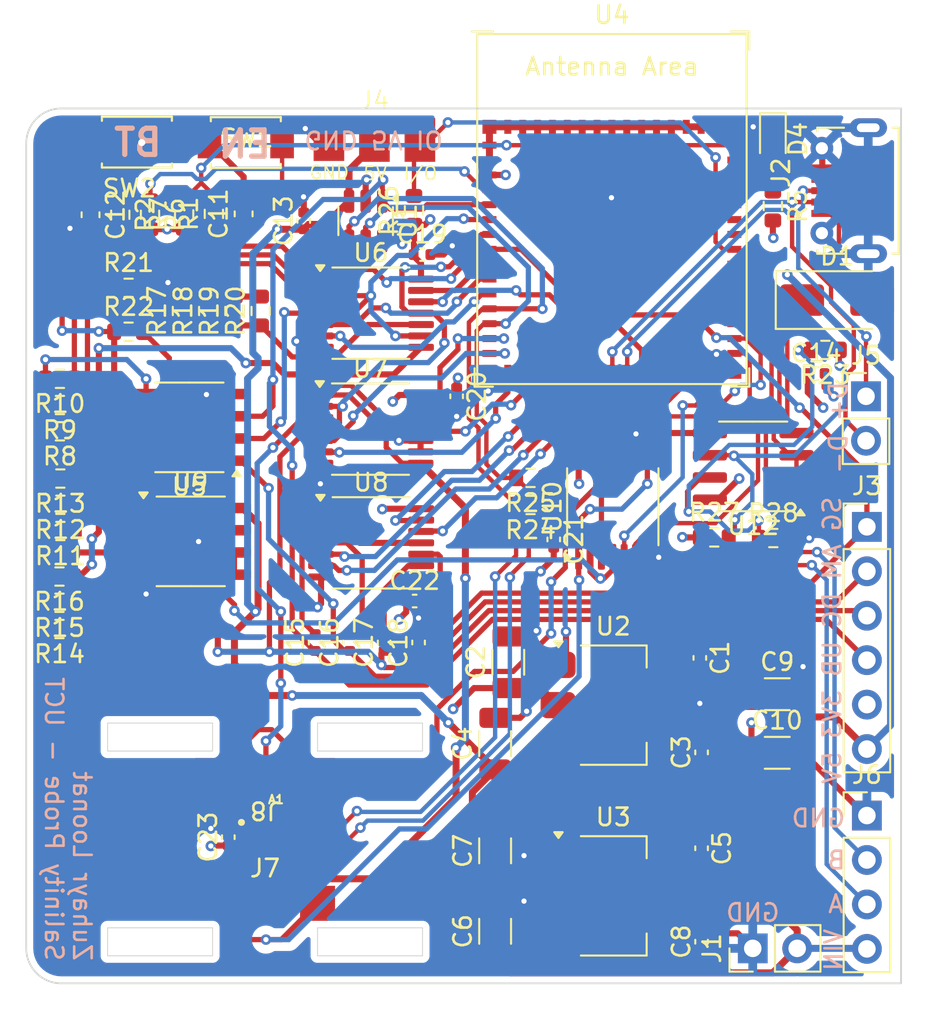
<source format=kicad_pcb>
(kicad_pcb (version 20240108) (generator "pcbnew") (generator_version "8.0")
  (title_block (title "Probe PCB") (date "2025-08-25") (rev "V4-0"))
  (layers (0 "F.Cu" signal) (1 "In1.Cu" signal) (2 "In2.Cu" signal) (31 "B.Cu" signal) (34 "B.Paste" user) (35 "F.Paste" user) (36 "B.SilkS" user "B.Silkscreen") (37 "F.SilkS" user "F.Silkscreen") (38 "B.Mask" user) (39 "F.Mask" user) (44 "Edge.Cuts" user))
  (net 0 "")
  (net 1 "5V")
  (net 2 "GND")
  (net 3 "3V3")
  (net 4 "9V")
  (net 5 "Net-(C11-Pad1)")
  (net 6 "Net-(C12-Pad1)")
  (net 7 "C_UBD")
  (net 8 "/UNB_DAC")
  (net 9 "C_DAC")
  (net 10 "/DAC")
  (net 11 "C_AMP")
  (net 12 "/AMP")
  (net 13 "C_SGN")
  (net 14 "/Signal")
  (net 15 "Net-(D1-A)")
  (net 16 "Net-(D4-A)")
  (net 17 "D+")
  (net 18 "D-")
  (net 19 "GPIO42")
  (net 20 "RS485_B-")
  (net 21 "RS485_A+")
  (net 22 "Au+ Shield")
  (net 23 "/Au+")
  (net 24 "/Au-")
  (net 25 "Au- Shield")
  (net 26 "EN")
  (net 27 "GPIO0")
  (net 28 "Net-(U6-NO1)")
  (net 29 "Net-(U6-NO2)")
  (net 30 "Net-(U6-NO3)")
  (net 31 "/Calib")
  (net 32 "Net-(U5B--)")
  (net 33 "SDA")
  (net 34 "SCL")
  (net 35 "SW_R1_100")
  (net 37 "SW_Au-_SH+")
  (net 40 "SW_UBD")
  (net 42 "SW_SGN")
  (net 43 "SW_AMP")
  (net 44 "SW_R1_1K")
  (net 45 "SW_Au+_SH-")
  (net 47 "GPIO39")
  (net 49 "SW_Au-_GND")
  (net 50 "SW_Au-")
  (net 51 "SW_Au+_SH+")
  (net 52 "SW_Calib")
  (net 54 "SW_Au+")
  (net 55 "SW_Au+_GND")
  (net 56 "SW_Au-_SH-")
  (net 58 "SW_R1_10K")
  (net 59 "GPIO41")
  (net 60 "GPIO40")
  (net 61 "SW_DAC")
  (net 62 "Net-(U10-COM1)")
  (footprint "Resistor_SMD:R_0603_1608Metric" (layer "F.Cu") (at 145.85 32.76)
    (property "Reference" "R22")
    (property "Value" "10K")
  )
  (footprint "ThesisLib:SHOUHAN_MICROXNJ_Edited" (layer "F.Cu") (at 189.875 24.7 -90)
    (property "Reference" "J2")
    (property "Value" "USB_B_Micro")
  )
  (footprint "Connector_PinHeader_2.54mm:PinHeader_1x02_P2.54mm_Vertical" (layer "F.Cu") (at 181.525 68 90)
    (property "Reference" "J1")
    (property "Value" "PWR")
  )
  (footprint "Capacitor_SMD:C_0603_1608Metric" (layer "F.Cu") (at 152.425 26.025 90)
    (property "Reference" "C11")
    (property "Value" "10uF")
  )
  (footprint "Diode_SMD:D_SMA" (layer "F.Cu") (at 186.35 30.95)
    (property "Reference" "D1")
    (property "Value" "SS34")
  )
  (footprint "Resistor_SMD:R_0603_1608Metric" (layer "F.Cu") (at 150.725 26.025 90)
    (property "Reference" "R1")
    (property "Value" "470")
  )
  (footprint "ThesisLib:SW_TS-1088-AR02016" (layer "F.Cu") (at 152.55 21.95)
    (property "Reference" "SW1")
    (property "Value" "SW_En" (hide yes))
  )
  (footprint "Resistor_SMD:R_0603_1608Metric" (layer "F.Cu") (at 141.95 42.65 180)
    (property "Reference" "R12")
    (property "Value" "3K")
  )
  (footprint "Capacitor_SMD:C_0402_1005Metric" (layer "F.Cu") (at 155.8625 26.425 90)
    (property "Reference" "C13")
    (property "Value" "0.1uF")
  )
  (footprint "Capacitor_SMD:C_0402_1005Metric" (layer "F.Cu") (at 156.515 50.52 90)
    (property "Reference" "C15")
    (property "Value" "0.1uF")
  )
  (footprint "Resistor_SMD:R_0603_1608Metric" (layer "F.Cu") (at 162.1625 25.825 90)
    (property "Reference" "R26")
    (property "Value" "4.7K")
  )
  (footprint "Resistor_SMD:R_0603_1608Metric" (layer "F.Cu") (at 150.4 31.575 90)
    (property "Reference" "R18")
    (property "Value" "20")
  )
  (footprint "Capacitor_SMD:C_0402_1005Metric" (layer "F.Cu") (at 158.485 50.52 90)
    (property "Reference" "C16")
    (property "Value" "0.1uF")
  )
  (footprint "Capacitor_SMD:C_0402_1005Metric" (layer "F.Cu") (at 162.62 28.35)
    (property "Reference" "C19")
    (property "Value" "0.1uF")
  )
  (footprint "Capacitor_SMD:C_0402_1005Metric" (layer "F.Cu") (at 162.2 48.15)
    (property "Reference" "C22")
    (property "Value" "0.1uF")
  )
  (footprint "Capacitor_SMD:C_0402_1005Metric" (layer "F.Cu") (at 178.6 67.62 90)
    (property "Reference" "C8")
    (property "Value" "0.1uF")
  )
  (footprint "Capacitor_SMD:C_0402_1005Metric" (layer "F.Cu") (at 160.455 50.52 90)
    (property "Reference" "C17")
    (property "Value" "0.1uF")
  )
  (footprint "Resistor_SMD:R_0603_1608Metric" (layer "F.Cu") (at 179.325 44.515)
    (property "Reference" "R27")
    (property "Value" "4.7K")
  )
  (footprint "Resistor_SMD:R_0603_1608Metric" (layer "F.Cu") (at 141.9 48.25 180)
    (property "Reference" "R15")
    (property "Value" "30K")
  )
  (footprint "Resistor_SMD:R_0603_1608Metric" (layer "F.Cu") (at 151.9 31.575 90)
    (property "Reference" "R19")
    (property "Value" "20")
  )
  (footprint "Resistor_SMD:R_0603_1608Metric" (layer "F.Cu") (at 141.9 46.75 180)
    (property "Reference" "R16")
    (property "Value" "30K")
  )
  (footprint "ThesisLib:SW_TS-1088-AR02016" (layer "F.Cu") (at 146.325 21.925 180)
    (property "Reference" "SW2")
    (property "Value" "SW_Boot" (hide yes))
  )
  (footprint "Connector_PinHeader_2.54mm:PinHeader_1x02_P2.54mm_Vertical" (layer "F.Cu") (at 188 36.45)
    (property "Reference" "J5")
    (property "Value" "Data")
  )
  (footprint "Capacitor_SMD:C_0603_1608Metric" (layer "F.Cu") (at 143.675 26.075 -90)
    (property "Reference" "C12")
    (property "Value" "10uF")
  )
  (footprint "Resistor_SMD:R_0603_1608Metric" (layer "F.Cu") (at 185.675 33.8 180)
    (property "Reference" "R23")
    (property "Value" "120")
  )
  (footprint "Capacitor_SMD:C_0402_1005Metric" (layer "F.Cu") (at 170.15 44.63 -90)
    (property "Reference" "C21")
    (property "Value" "0.1uF")
  )
  (footprint "Connector_PinHeader_2.54mm:PinHeader_1x04_P2.54mm_Vertical" (layer "F.Cu") (at 188.05 60.41)
    (property "Reference" "J6")
    (property "Value" "Inter Board" (hide yes))
  )
  (footprint "Capacitor_SMD:C_1206_3216Metric" (layer "F.Cu") (at 166.8 67.025 90)
    (property "Reference" "C6")
    (property "Value" "22uF")
  )
  (footprint "Package_SO:TSSOP-14_4.4x5mm_P0.65mm" (layer "F.Cu") (at 159.675 38.325)
    (property "Reference" "U7")
    (property "Value" "4xSwitch")
  )
  (footprint "Resistor_SMD:R_0603_1608Metric" (layer "F.Cu") (at 168.825 42.6625 180)
    (property "Reference" "R24")
    (property "Value" "4.7K")
  )
  (footprint "ThesisLib:Au_Electrode_edited_1" (layer "F.Cu") (at 153.65 55.625 180)
    (property "Reference" "J8")
    (property "Value" "Au2")
    (fp_line (start 9 0.5) (end 3 0.5) (stroke (width 0.05)) (layer "Edge.Cuts"))
    (fp_line (start 9 -1.1) (end 9 0.5) (stroke (width 0.05)) (layer "Edge.Cuts"))
    (fp_line (start 3 -1.1) (end 9 -1.1) (stroke (width 0.05)) (layer "Edge.Cuts"))
    (fp_line (start 3 -1.1) (end 3 0.5) (stroke (width 0.05)) (layer "Edge.Cuts"))
    (fp_line (start -3 -1.1) (end -3 0.5) (stroke (width 0.05)) (layer "Edge.Cuts"))
    (fp_line (start -3 -1.1) (end -9 -1.1) (stroke (width 0.05)) (layer "Edge.Cuts"))
    (fp_line (start -9 0.5) (end -3 0.5) (stroke (width 0.05)) (layer "Edge.Cuts"))
    (fp_line (start -9 -1.1) (end -9 0.5) (stroke (width 0.05)) (layer "Edge.Cuts"))
  )
  (footprint "Package_TO_SOT_SMD:SOT-223-3_TabPin2" (layer "F.Cu") (at 173.55 54.1)
    (property "Reference" "U2")
    (property "Value" "AMS1117-3.3")
  )
  (footprint "PCM_Espressif:ESP32-S2-MINI-1" (layer "F.Cu") (at 173.475 28.05)
    (property "Reference" "U4")
    (property "Value" "ESP32-S2-MINI-1")
  )
  (footprint "Package_SO:TSSOP-14_4.4x5mm_P0.65mm" (layer "F.Cu") (at 159.7 31.7)
    (property "Reference" "U6")
    (property "Value" "4xSwitch")
  )
  (footprint "Capacitor_SMD:C_0402_1005Metric" (layer "F.Cu") (at 164.6 36.45 -90)
    (property "Reference" "C20")
    (property "Value" "0.1uF")
  )
  (footprint "Package_TO_SOT_SMD:SOT-23-6" (layer "F.Cu") (at 159.4 26.4375 -90)
    (property "Reference" "U1")
    (property "Value" "MCP4725xxx-xCH")
  )
  (footprint "Capacitor_SMD:C_1206_3216Metric" (layer "F.Cu") (at 166.8 62.425 90)
    (property "Reference" "C7")
    (property "Value" "22uF")
  )
  (footprint "Capacitor_SMD:C_0402_1005Metric" (layer "F.Cu") (at 162.425 50.52 90)
    (property "Reference" "C18")
    (property "Value" "0.1uF")
  )
  (footprint "Capacitor_SMD:C_0402_1005Metric" (layer "F.Cu") (at 178.5 51.4 -90)
    (property "Reference" "C1")
    (property "Value" "0.1uF")
  )
  (footprint "Resistor_SMD:R_0603_1608Metric" (layer "F.Cu") (at 141.925 35.45 180)
    (property "Reference" "R10")
    (property "Value" "300")
  )
  (footprint "ThesisLib:XDCR_MS583702BA01-50" (layer "F.Cu") (at 154.5 61.8)
    (property "Reference" "A1")
    (property "Value" "MS583702BA01-50")
  )
  (footprint "Resistor_SMD:R_0603_1608Metric" (layer "F.Cu") (at 145.85 30.25)
    (property "Reference" "R21")
    (property "Value" "1K")
  )
  (footprint "Capacitor_SMD:C_1206_3216Metric" (layer "F.Cu") (at 182.925 56.825)
    (property "Reference" "C10")
    (property "Value" "22uF")
  )
  (footprint "Resistor_SMD:R_0603_1608Metric" (layer "F.Cu") (at 145.375 26.075 -90)
    (property "Reference" "R2")
    (property "Value" "470")
  )
  (footprint "Capacitor_SMD:C_1206_3216Metric" (layer "F.Cu") (at 182.925 53.475)
    (property "Reference" "C9")
    (property "Value" "22uF")
  )
  (footprint "Resistor_SMD:R_0603_1608Metric" (layer "F.Cu") (at 149.025 26.05 90)
    (property "Reference" "R7")
    (property "Value" "10K")
  )
  (footprint "Resistor_SMD:R_0603_1608Metric" (layer "F.Cu") (at 141.925 38.45 180)
    (property "Reference" "R8")
    (property "Value" "300")
  )
  (footprint "Resistor_SMD:R_0603_1608Metric" (layer "F.Cu") (at 168.825 41.1125 180)
    (property "Reference" "R25")
    (property "Value" "4.7K")
  )
  (footprint "Package_SO:SOIC-8_3.9x4.9mm_P1.27mm" (layer "F.Cu") (at 181.55 40.455 180)
    (property "Reference" "U12")
    (property "Value" "SP3485EN")
  )
  (footprint "ThesisLib:3-Wire Solder Pads" (layer "F.Cu") (at 159.9 23.55)
    (property "Reference" "J4")
    (property "Value" "Temp_Pads")
  )
  (footprint "Resistor_SMD:R_0603_1608Metric" (layer "F.Cu") (at 141.95 41.15 180)
    (property "Reference" "R13")
    (property "Value" "3K")
  )
  (footprint "Resistor_SMD:R_0603_1608Metric" (layer "F.Cu") (at 153.4 31.575 90)
    (property "Reference" "R20")
    (property "Value" "20")
  )
  (footprint "Package_SO:SOIC-8_3.9x4.9mm_P1.27mm" (layer "F.Cu") (at 149.4 44.74)
    (property "Reference" "U9")
    (property "Value" "LM358")
  )
  (footprint "Resistor_SMD:R_0603_1608Metric" (layer "F.Cu") (at 141.95 44.15 180)
    (property "Reference" "R11")
    (property "Value" "3K")
  )
  (footprint "Capacitor_SMD:C_0402_1005Metric" (layer "F.Cu") (at 178.6 62.28 -90)
    (property "Reference" "C5")
    (property "Value" "0.1uF")
  )
  (footprint "Resistor_SMD:R_0603_1608Metric" (layer "F.Cu") (at 141.9 49.75 180)
    (property "Reference" "R14")
    (property "Value" "30K")
  )
  (footprint "Resistor_SMD:R_0603_1608Metric" (layer "F.Cu") (at 148.9 31.575 90)
    (property "Reference" "R17")
    (property "Value" "20")
  )
  (footprint "Connector_PinHeader_2.54mm:PinHeader_1x06_P2.54mm_Vertical" (layer "F.Cu") (at 188.05 43.91)
    (property "Reference" "J3")
    (property "Value" "TP")
  )
  (footprint "Package_SO:SOIC-8_3.9x4.9mm_P1.27mm" (layer "F.Cu") (at 149.325 38.225 180)
    (property "Reference" "U5")
    (property "Value" "LM358")
  )
  (footprint "Package_SO:TSSOP-14_4.4x5mm_P0.65mm" (layer "F.Cu") (at 159.7125 44.825)
    (property "Reference" "U8")
    (property "Value" "4xSwitch")
  )
  (footprint "Resistor_SMD:R_0603_1608Metric" (layer "F.Cu") (at 182.7 44.55)
    (property "Reference" "R28")
    (property "Value" "4.7K")
  )
  (footprint "Capacitor_SMD:C_0402_1005Metric" (layer "F.Cu") (at 151.55 61.645 90)
    (property "Reference" "C23")
    (property "Value" "0.1uF")
  )
  (footprint "Resistor_SMD:R_0603_1608Metric" (layer "F.Cu") (at 147.075 26.075 -90)
    (property "Reference" "R6")
    (property "Value" "10K")
  )
  (footprint "Package_TO_SOT_SMD:SOT-223-3_TabPin2" (layer "F.Cu") (at 173.55 65)
    (property "Reference" "U3")
    (property "Value" "AMS1117-5.0")
  )
  (footprint "Capacitor_SMD:C_0402_1005Metric" (layer "F.Cu") (at 185.15 35.15)
    (property "Reference" "C14")
    (property "Value" "0.1uF")
  )
  (footprint "ThesisLib:Au_Electrode_edited_1" (layer "F.Cu") (at 153.65 67.925)
    (property "Reference" "J7")
    (property "Value" "Au1")
    (fp_line (start -9 -1.1) (end -9 0.5) (stroke (width 0.05)) (layer "Edge.Cuts"))
    (fp_line (start -9 0.5) (end -3 0.5) (stroke (width 0.05)) (layer "Edge.Cuts"))
    (fp_line (start -3 -1.1) (end -9 -1.1) (stroke (width 0.05)) (layer "Edge.Cuts"))
    (fp_line (start -3 -1.1) (end -3 0.5) (stroke (width 0.05)) (layer "Edge.Cuts"))
    (fp_line (start 3 -1.1) (end 3 0.5) (stroke (width 0.05)) (layer "Edge.Cuts"))
    (fp_line (start 3 -1.1) (end 9 -1.1) (stroke (width 0.05)) (layer "Edge.Cuts"))
    (fp_line (start 9 -1.1) (end 9 0.5) (stroke (width 0.05)) (layer "Edge.Cuts"))
    (fp_line (start 9 0.5) (end 3 0.5) (stroke (width 0.05)) (layer "Edge.Cuts"))
  )
  (footprint "LED_SMD:LED_0603_1608Metric" (layer "F.Cu") (at 182.675 21.75 -90)
    (property "Reference" "D4")
    (property "Value" "LED")
  )
  (footprint "Resistor_SMD:R_0603_1608Metric" (layer "F.Cu") (at 182.675 25.575 -90)
    (property "Reference" "R5")
    (property "Value" "1K")
  )
  (footprint "Capacitor_SMD:C_0402_1005Metric" (layer "F.Cu") (at 178.6 56.8 90)
    (property "Reference" "C3")
    (property "Value" "0.1uF")
  )
  (footprint "Package_SO:TSSOP-14_4.4x5mm_P0.65mm" (layer "F.Cu") (at 173.525 42.7625 90)
    (property "Reference" "U10")
    (property "Value" "4xSwitch")
  )
  (footprint "Capacitor_SMD:C_1206_3216Metric" (layer "F.Cu") (at 167.55 51.65 90)
    (property "Reference" "C2")
    (property "Value" "22uF")
  )
  (footprint "Resistor_SMD:R_0603_1608Metric" (layer "F.Cu") (at 141.925 36.95 180)
    (property "Reference" "R9")
    (property "Value" "300")
  )
  (footprint "Capacitor_SMD:C_1206_3216Metric" (layer "F.Cu") (at 166.8 56.3 90)
    (property "Reference" "C4")
    (property "Value" "22uF")
  )
  (gr_arc (start 142 70) (mid 140.585786 69.414214) (end 140 68) (stroke (width 0.1)) (layer "Edge.Cuts"))
  (gr_line (start 142 20) (end 190 20) (stroke (width 0.1)) (layer "Edge.Cuts"))
  (gr_line (start 190 70) (end 142 70) (stroke (width 0.1)) (layer "Edge.Cuts"))
  (gr_line (start 190 20) (end 190 70) (stroke (width 0.1)) (layer "Edge.Cuts"))
  (gr_line (start 140 68) (end 140 22) (stroke (width 0.1)) (layer "Edge.Cuts"))
  (gr_arc (start 140 22) (mid 140.585786 20.585786) (end 142 20) (stroke (width 0.1)) (layer "Edge.Cuts"))
  (gr_text "SG AM DC UB 3V3 5V" (at 186.65 42.1 90) (layer "B.SilkS") (effects (font (size 1 1)) (justify left bottom mirror)))
  (gr_text "A" (at 186.8 66.05 0) (layer "B.SilkS") (effects (font (size 1 1)) (justify left bottom mirror)))
  (gr_text "EN" (at 154.15 22.925 0) (layer "B.SilkS") (effects (font (size 1.5 1.5) (thickness 0.3) (bold yes)) (justify left bottom mirror)))
  (gr_text "GND 5V IO" (at 155.8 21.2 180) (layer "B.SilkS") (effects (font (size 1 1)) (justify left bottom mirror)))
  (gr_text "VIN" (at 186.75 66.8 90) (layer "B.SilkS") (effects (font (size 1 1) (thickness 0.15) (bold yes)) (justify left bottom mirror)))
  (gr_text "BT" (at 147.9 22.825 0) (layer "B.SilkS") (effects (font (size 1.5 1.5) (thickness 0.3) (bold yes)) (justify left bottom mirror)))
  (gr_text "B" (at 186.9 63.55 0) (layer "B.SilkS") (effects (font (size 1 1)) (justify left bottom mirror)))
  (gr_text "Zuhayr Loonat\nSalinity Probe - UCT" (at 141 68.8 -90) (layer "B.SilkS") (effects (font (size 1 1)) (justify left bottom mirror)))
  (gr_text "GND" (at 186.9 61.15 0) (layer "B.SilkS") (effects (font (size 1 1)) (justify left bottom mirror)))
  (gr_text "GND" (at 183.15 66.55 0) (layer "B.SilkS") (effects (font (size 1 1)) (justify left bottom mirror)))
  (gr_text "D+ D-" (at 187 35.525 90) (layer "B.SilkS") (effects (font (size 1 1)) (justify left bottom mirror)))
  (segment (start 176.7 66.9) (end 177.9 68.1) (width 0.4) (layer "F.Cu") (net 1))
  (segment (start 153.25 43.723026) (end 152.361974 42.835) (width 0.4) (layer "F.Cu") (net 1))
  (segment (start 155.2 53.55) (end 153.7 53.55) (width 0.4) (layer "F.Cu") (net 1))
  (segment (start 182.75 54.775) (end 186.215 54.775) (width 0.4) (layer "F.Cu") (net 1))
  (segment (start 154.355 26.905) (end 155.8625 26.905) (width 0.4) (layer "F.Cu") (net 1))
  (segment (start 159.9 22.075) (end 159.9 21.8) (width 0.4) (layer "F.Cu") (net 1))
  (segment (start 156.1425 26.625) (end 155.8625 26.905) (width 0.4) (layer "F.Cu") (net 1))
  (segment (start 184.35 30.95) (end 184.35 30.35) (width 0.4) (layer "F.Cu") (net 1))
  (segment (start 151.9 49.95) (end 153.1 48.75) (width 0.4) (layer "F.Cu") (net 1))
  (segment (start 166.8 57.775) (end 169.025 57.775) (width 0.4) (layer "F.Cu") (net 1))
  (segment (start 165.5 62.6) (end 165.5 59.075) (width 0.4) (layer "F.Cu") (net 1))
  (segment (start 170.4 65) (end 176.7 65) (width 0.4) (layer "F.Cu") (net 1))
  (segment (start 153.25 48.6) (end 153.25 43.723026) (width 0.4) (layer "F.Cu") (net 1))
  (segment (start 177.9 68.1) (end 178.6 68.1) (width 0.4) (layer "F.Cu") (net 1))
  (segment (start 149.17 40.13) (end 151.875 42.835) (width 0.4) (layer "F.Cu") (net 1))
  (segment (start 153.7 53.55) (end 151.9 51.75) (width 0.4) (layer "F.Cu") (net 1))
  (segment (start 169.3 63.9) (end 170.4 65) (width 0.4) (layer "F.Cu") (net 1))
  (segment (start 184.35 30.95) (end 183.85 31.45) (width 0.4) (layer "F.Cu") (net 1))
  (segment (start 157.125 26.625) (end 158.45 25.3) (width 0.4) (layer "F.Cu") (net 1))
  (segment (start 176.7 65) (end 176.7 66.9) (width 0.4) (layer "F.Cu") (net 1))
  (segment (start 169.025 57.775) (end 170.4 56.4) (width 0.4) (layer "F.Cu") (net 1))
  (segment (start 158.45 23.525) (end 159.9 22.075) (width 0.4) (layer "F.Cu") (net 1))
  (segment (start 181.45 53.475) (end 182.75 54.775) (width 0.4) (layer "F.Cu") (net 1))
  (segment (start 184.35 30.35) (end 183.5 29.5) (width 0.4) (layer "F.Cu") (net 1))
  (segment (start 152.361974 42.835) (end 151.875 42.835) (width 0.4) (layer "F.Cu") (net 1))
  (segment (start 175.88 50.92) (end 178.5 50.92) (width 0.4) (layer "F.Cu") (net 1))
  (segment (start 154.35 26.9) (end 154.355 26.905) (width 0.4) (layer "F.Cu") (net 1))
  (segment (start 166.8 63.9) (end 169.3 63.9) (width 0.4) (layer "F.Cu") (net 1))
  (segment (start 186.215 54.775) (end 188.05 56.61) (width 0.4) (layer "F.Cu") (net 1))
  (segment (start 146.85 40.13) (end 149.17 40.13) (width 0.4) (layer "F.Cu") (net 1))
  (segment (start 153.1 48.75) (end 153.25 48.6) (width 0.4) (layer "F.Cu") (net 1))
  (segment (start 166.8 63.9) (end 165.5 62.6) (width 0.4) (layer "F.Cu") (net 1))
  (segment (start 158.45 25.3) (end 158.45 23.525) (width 0.4) (layer "F.Cu") (net 1))
  (segment (start 164.125 55.1) (end 166.8 57.775) (width 0.4) (layer "F.Cu") (net 1))
  (segment (start 170.4 56.4) (end 175.88 50.92) (width 0.4) (layer "F.Cu") (net 1))
  (segment (start 178.5 50.92) (end 178.895 50.92) (width 0.4) (layer "F.Cu") (net 1))
  (segment (start 178.895 50.92) (end 181.45 53.475) (width 0.4) (layer "F.Cu") (net 1))
  (segment (start 151.9 51.75) (end 151.9 49.95) (width 0.4) (layer "F.Cu") (net 1))
  (segment (start 156.1425 26.625) (end 157.125 26.625) (width 0.4) (layer "F.Cu") (net 1))
  (segment (start 165.5 59.075) (end 166.8 57.775) (width 0.4) (layer "F.Cu") (net 1))
  (segment (start 164.1 55.1) (end 164.125 55.1) (width 0.4) (layer "F.Cu") (net 1))
  (via (at 153.1 48.75) (size 0.6) (drill 0.3) (layers "F.Cu" "B.Cu") (net 1))
  (via (at 155.2 53.55) (size 0.6) (drill 0.3) (layers "F.Cu" "B.Cu") (net 1))
  (via (at 183.5 29.5) (size 0.6) (drill 0.3) (layers "F.Cu" "B.Cu") (net 1))
  (via (at 164.125 55.1) (size 0.6) (drill 0.3) (layers "F.Cu" "B.Cu") (net 1))
  (via (at 154.35 26.9) (size 0.6) (drill 0.3) (layers "F.Cu" "B.Cu") (net 1))
  (segment (start 162.575 53.55) (end 164.125 55.1) (width 0.4) (layer "B.Cu") (net 1))
  (segment (start 189.4 55.26) (end 188.05 56.61) (width 0.4) (layer "B.Cu") (net 1))
  (segment (start 154.35 26.9) (end 152.95 28.3) (width 0.4) (layer "B.Cu") (net 1))
  (segment (start 153.25 34.83995) (end 152.65 35.43995) (width 0.4) (layer "B.Cu") (net 1))
  (segment (start 152.95 28.3) (end 152.95 33.96005) (width 0.4) (layer "B.Cu") (net 1))
  (segment (start 152.65 48.3) (end 153.1 48.75) (width 0.4) (layer "B.Cu") (net 1))
  (segment (start 152.95 33.96005) (end 153.25 34.26005) (width 0.4) (layer "B.Cu") (net 1))
  (segment (start 183.5 29.5) (end 189.4 35.4) (width 0.4) (layer "B.Cu") (net 1))
  (segment (start 153.25 34.26005) (end 153.25 34.83995) (width 0.4) (layer "B.Cu") (net 1))
  (segment (start 155.2 53.55) (end 162.575 53.55) (width 0.4) (layer "B.Cu") (net 1))
  (segment (start 189.4 35.4) (end 189.4 55.26) (width 0.4) (layer "B.Cu") (net 1))
  (segment (start 152.65 35.43995) (end 152.65 48.3) (width 0.4) (layer "B.Cu") (net 1))
  (segment (start 161.3125 27.575) (end 160.35 27.575) (width 0.35) (layer "F.Cu") (net 2))
  (segment (start 180.475 23.8) (end 180.475 24.65) (width 0.4) (layer "F.Cu") (net 2))
  (segment (start 166.8 65.55) (end 168.2 65.55) (width 0.35) (layer "F.Cu") (net 2))
  (segment (start 162.575 44.825) (end 159.067462 44.825) (width 0.35) (layer "F.Cu") (net 2))
  (segment (start 150.475 45.375) (end 149.85 44.75) (width 0.35) (layer "F.Cu") (net 2))
  (segment (start 173.475 26.4) (end 173.475 29.7) (width 0.4) (layer "F.Cu") (net 2))
  (segment (start 170.4 51.8) (end 170.85 51.35) (width 0.35) (layer "F.Cu") (net 2))
  (segment (start 155.8625 25.945) (end 155.8625 25.0625) (width 0.35) (layer "F.Cu") (net 2))
  (segment (start 155.8625 25.0625) (end 155.85 25.05) (width 0.35) (layer "F.Cu") (net 2))
  (segment (start 153.235 61.165) (end 153.5 60.9) (width 0.35) (layer "F.Cu") (net 2))
  (segment (start 179.425 34.075) (end 179.45 34.05) (width 0.35) (layer "F.Cu") (net 2))
  (segment (start 146.925 46.645) (end 146.925 47.675) (width 0.35) (layer "F.Cu") (net 2))
  (segment (start 179.075 38.55) (end 174.9 38.55) (width 0.35) (layer "F.Cu") (net 2))
  (segment (start 174.9 38.55) (end 174.85 38.6) (width 0.35) (layer "F.Cu") (net 2))
  (segment (start 173.475 25.125) (end 173.45 25.1) (width 0.4) (layer "F.Cu") (net 2))
  (segment (start 175.125 26.4) (end 175.125 29.7) (width 0.4) (layer "F.Cu") (net 2))
  (segment (start 162.68 48.86576) (end 162.42288 49.12288) (width 0.35) (layer "F.Cu") (net 2))
  (segment (start 163.1 28.35) (end 163.85 28.35) (width 0.35) (layer "F.Cu") (net 2))
  (segment (start 181.55 21.05) (end 182.5875 21.05) (width 0.4) (layer "F.Cu") (net 2))
  (segment (start 185.63 35.15) (end 185.63 35.93) (width 0.35) (layer "F.Cu") (net 2))
  (segment (start 179.425 35.05) (end 180.475 35.05) (width 0.35) (layer "F.Cu") (net 2))
  (segment (start 178.5 56.22) (end 178.6 56.32) (width 0.35) (layer "F.Cu") (net 2))
  (segment (start 156.85 46.775) (end 156.85 48.3) (width 0.35) (layer "F.Cu") (net 2))
  (segment (start 181.525 68) (end 180.665 67.14) (width 0.35) (layer "F.Cu") (net 2))
  (segment (start 158.066984 43.824522) (end 157.9625 43.824522) (width 0.35) (layer "F.Cu") (net 2))
  (segment (start 187.985 60.41) (end 188.05 60.41) (width 0.35) (layer "F.Cu") (net 2))
  (segment (start 166.475 35.05) (end 166.475 36.075) (width 0.35) (layer "F.Cu") (net 2))
  (segment (start 180.475 21.05) (end 166.475 21.05) (width 0.4) (layer "F.Cu") (net 2))
  (segment (start 157.612022 44.175) (end 157.9625 43.824522) (width 0.35) (layer "F.Cu") (net 2))
  (segment (start 159.067462 44.825) (end 158.066984 43.824522) (width 0.35) (layer "F.Cu") (net 2))
  (segment (start 171.825 29.7) (end 171.825 26.4) (width 0.4) (layer "F.Cu") (net 2))
  (segment (start 188.15 23.9) (end 188.15 25.5) (width 0.35) (layer "F.Cu") (net 2))
  (segment (start 151.55 61.165) (end 150.565 61.165) (width 0.35) (layer "F.Cu") (net 2))
  (segment (start 157.3 21.75) (end 156.55 21.75) (width 0.35) (layer "F.Cu") (net 2))
  (segment (start 184.4 53.475) (end 184.4 51.9) (width 0.35) (layer "F.Cu") (net 2))
  (segment (start 174.825 39.9) (end 174.825 38.625) (width 0.3) (layer "F.Cu") (net 2))
  (segment (start 145.025 30.25) (end 145.875 29.4) (width 0.35) (layer "F.Cu") (net 2))
  (segment (start 166.475 36.075) (end 166.4 36.15) (width 0.35) (layer "F.Cu") (net 2))
  (segment (start 184.4 56.825) (end 187.985 60.41) (width 0.35) (layer "F.Cu") (net 2))
  (segment (start 183.525 44.55) (end 184.75 44.55) (width 0.35) (layer "F.Cu") (net 2))
  (segment (start 175.475 45.625) (end 176.125 45.625) (width 0.35) (layer "F.Cu") (net 2))
  (segment (start 151.875 45.375) (end 150.475 45.375) (width 0.35) (layer "F.Cu") (net 2))
  (segment (start 157.9625 43.0125) (end 157.825 42.875) (width 0.35) (layer "F.Cu") (net 2))
  (segment (start 168.2 65.55) (end 168.45 65.3) (width 0.35) (layer "F.Cu") (net 2))
  (segment (start 168.225 54.825) (end 168.6 54.45) (width 0.35) (layer "F.Cu") (net 2))
  (segment (start 163.85 28.35) (end 164.35 27.85) (width 0.35) (layer "F.Cu") (net 2))
  (segment (start 170.15 45.7) (end 169.4 46.45) (width 0.35) (layer "F.Cu") (net 2))
  (segment (start 162.68 48.15) (end 162.68 48.86576) (width 0.35) (layer "F.Cu") (net 2))
  (segment (start 159.4 25.3) (end 159.4 24.125) (width 0.35) (layer "F.Cu") (net 2))
  (segment (start 174.825 38.625) (end 174.85 38.6) (width 0.3) (layer "F.Cu") (net 2))
  (segment (start 185.5 23.4) (end 185.5 22.3) (width 0.35) (layer "F.Cu") (net 2))
  (segment (start 161.4875 27.75) (end 161.3125 27.575) (width 0.35) (layer "F.Cu") (net 2))
  (segment (start 146.925 47.675) (end 146.85 47.75) (width 0.35) (layer "F.Cu") (net 2))
  (segment (start 181.025 23.8) (end 181.55 23.275) (width 0.4) (layer "F.Cu") (net 2))
  (segment (start 178.6 67.14) (end 178.6 62.76) (width 0.35) (layer "F.Cu") (net 2))
  (segment (start 182.5875 21.05) (end 182.675 20.9625) (width 0.4) (layer "F.Cu") (net 2))
  (segment (start 159.4 24.125) (end 159.45 24.075) (width 0.35) (layer "F.Cu") (net 2))
  (segment (start 152.425 23.9) (end 152.425 25.25) (width 0.35) (layer "F.Cu") (net 2))
  (segment (start 150.475 21.95) (end 152.425 23.9) (width 0.35) (layer "F.Cu") (net 2))
  (segment (start 164.6 36.93) (end 164.6 37.6) (width 0.35) (layer "F.Cu") (net 2))
  (segment (start 185.5 23.4) (end 185.5 24.05) (width 0.35) (layer "F.Cu") (net 2))
  (segment (start 170.85 51.35) (end 170.85 49.9) (width 0.35) (layer "F.Cu") (net 2))
  (segment (start 156.8375 33.65) (end 155.8 33.65) (width 0.35) (layer "F.Cu") (net 2))
  (segment (start 151.875 45.375) (end 151.875 46.645) (width 0.35) (layer "F.Cu") (net 2))
  (segment (start 162.575 48.045) (end 162.68 48.15) (width 0.35) (layer "F.Cu") (net 2))
  (segment (start 184.1625 20.9625) (end 185.475 22.275) (width 0.4) (layer "F.Cu") (net 2))
  (segment (start 171.825 26.4) (end 175.125 26.4) (width 0.4) (layer "F.Cu") (net 2))
  (segment (start 166.8 60.95) (end 168.65 60.95) (width 0.35) (layer "F.Cu") (net 2))
  (segment (start 145.875 29.4) (end 147.55 29.4) (width 0.35) (layer "F.Cu") (net 2))
  (segment (start 151.915 60.8) (end 151.55 61.165) (width 0.35) (layer "F.Cu") (net 2))
  (segment (start 188.15 23.9) (end 188.15 21.125) (width 0.35) (layer "F.Cu") (net 2))
  (segment (start 166.8 54.825) (end 168.225 54.825) (width 0.35) (layer "F.Cu") (net 2))
  (segment (start 176.125 45.625) (end 176.15 45.65) (width 0.35) (layer "F.Cu") (net 2))
  (segment (start 168.65 60.95) (end 170.4 62.7) (width 0.35) (layer "F.Cu") (net 2))
  (segment (start 156.8125 40.275) (end 156.8125 42.8375) (width 0.35) (layer "F.Cu") (net 2))
  (segment (start 143.675 26.85) (end 142.5 26.85) (width 0.35) (layer "F.Cu") (net 2))
  (segment (start 171.825 28.05) (end 175.125 28.05) (width 0.4) (layer "F.Cu") (net 2))
  (segment (start 156.85 48.3) (end 156.65 48.5) (width 0.35) (layer "F.Cu") (net 2))
  (segment (start 150.33 36.32) (end 150.3 36.35) (width 0.35) (layer "F.Cu") (net 2))
  (segment (start 146.625 21.925) (end 146.6 21.95) (width 0.35) (layer "F.Cu") (net 2))
  (segment (start 182.675 20.9625) (end 184.1625 20.9625) (width 0.4) (layer "F.Cu") (net 2))
  (segment (start 185.63 35.93) (end 186.15 36.45) (width 0.35) (layer "F.Cu") (net 2))
  (segment (start 180.475 23.8) (end 181.025 23.8) (width 0.4) (layer "F.Cu") (net 2))
  (segment (start 168.825 50.175) (end 169.15 49.85) (width 0.35) (layer "F.Cu") (net 2))
  (segment (start 162.5375 39.625) (end 162.5375 38.975) (width 0.35) (layer "F.Cu") (net 2))
  (segment (start 157.9625 43.824522) (end 157.9625 43.0125) (width 0.35) (layer "F.Cu") (net 2))
  (segment (start 173.475 26.4) (end 173.475 25.125) (width 0.4) (layer "F.Cu") (net 2))
  (segment (start 153.5 60.8) (end 151.915 60.8) (width 0.35) (layer "F.Cu") (net 2))
  (segment (start 166.475 21.05) (end 166.475 22.95) (width 0.4) (layer "F.Cu") (net 2))
  (segment (start 178.5 51.88) (end 178.5 56.22) (width 0.35) (layer "F.Cu") (net 2))
  (segment (start 148.4 21.925) (end 150.45 21.925) (width 0.35) (layer "F.Cu") (net 2))
  (segment (start 175.125 29.7) (end 171.825 29.7) (width 0.4) (layer "F.Cu") (net 2))
  (segment (start 150.45 21.925) (end 150.475 21.95) (width 0.35) (layer "F.Cu") (net 2))
  (segment (start 179.425 35.05) (end 179.425 34.075) (width 0.35) (layer "F.Cu") (net 2))
  (segment (start 147.55 29.4) (end 148.9 30.75) (width 0.35) (layer "F.Cu") (net 2))
  (segment (start 162.5375 38.975) (end 161.3 38.975) (width 0.35) (layer "F.Cu") (net 2))
  (segment (start 156.85 44.175) (end 157.612022 44.175) (width 0.35) (layer "F.Cu") (net 2))
  (segment (start 174.175 39.9) (end 174.825 39.9) (width 0.3) (layer "F.Cu") (net 2))
  (segment (start 155.8 33.65) (end 155.45 33.3) (width 0.35) (layer "F.Cu") (net 2))
  (segment (start 181.55 23.275) (end 181.55 21.05) (width 0.4) (layer "F.Cu") (net 2))
  (segment (start 148.9 30.75) (end 153.4 30.75) (width 0.35) (layer "F.Cu") (net 2))
  (segment (start 157.825 42.875) (end 156.85 42.875) (width 0.35) (layer "F.Cu") (net 2))
  (segment (start 170.4 62.7) (end 168.45 62.7) (width 0.35) (layer "F.Cu") (net 2))
  (segment (start 180.475 21.05) (end 181.55 21.05) (width 0.4) (layer "F.Cu") (net 2))
  (segment (start 156.55 21.75) (end 155.95 21.15) (width 0.35) (layer "F.Cu") (net 2))
  (segment (start 188.15 21.125) (end 188.125 21.1) (width 0.35) (layer "F.Cu") (net 2))
  (segment (start 162.575 46.775) (end 162.575 48.045) (width 0.35) (layer "F.Cu") (net 2))
  (segment (start 148.4 21.925) (end 146.625 21.925) (width 0.35) (layer "F.Cu") (net 2))
  (segment (start 185.5 22.3) (end 185.475 22.275) (width 0.35) (layer "F.Cu") (net 2))
  (segment (start 167.55 50.175) (end 168.825 50.175) (width 0.35) (layer "F.Cu") (net 2))
  (segment (start 151.8 36.32) (end 150.33 36.32) (width 0.35) (layer "F.Cu") (net 2))
  (segment (start 170.15 45.11) (end 170.15 45.7) (width 0.35) (layer "F.Cu") (net 2))
  (segment (start 156.8125 42.8375) (end 156.85 42.875) (width 0.35) (layer "F.Cu") (net 2))
  (segment (start 150.565 61.165) (end 150.55 61.15) (width 0.35) (layer "F.Cu") (net 2))
  (segment (start 180.665 67.14) (end 178.6 67.14) (width 0.35) (layer "F.Cu") (net 2))
  (via (at 169.15 49.85) (size 0.6) (drill 0.3) (layers "F.Cu" "B.Cu") (net 2))
  (via (at 186.15 36.45) (size 0.6) (drill 0.3) (layers "F.Cu" "B.Cu") (net 2))
  (via (at 168.45 65.3) (size 0.6) (drill 0.3) (layers "F.Cu" "B.Cu") (net 2))
  (via (at 162.42288 49.12288) (size 0.6) (drill 0.3) (layers "F.Cu" "B.Cu") (net 2))
  (via (at 148.1 29.95) (size 0.6) (drill 0.3) (layers "F.Cu" "B.Cu") (net 2))
  (via (at 156.8125 41.45) (size 0.6) (drill 0.3) (layers "F.Cu" "B.Cu") (net 2))
  (via (at 181.55 21.05) (size 0.6) (drill 0.3) (layers "F.Cu" "B.Cu") (net 2))
  (via (at 169.4 46.45) (size 0.6) (drill 0.3) (layers "F.Cu" "B.Cu") (net 2))
  (via (at 164.35 27.85) (size 0.6) (drill 0.3) (layers "F.Cu" "B.Cu") (net 2))
  (via (at 178.5 54) (size 0.6) (drill 0.3) (layers "F.Cu" "B.Cu") (net 2))
  (via (at 155.45 33.3) (size 0.6) (drill 0.3) (layers "F.Cu" "B.Cu") (net 2))
  (via (at 142.5 26.85) (size 0.6) (drill 0.3) (layers "F.Cu" "B.Cu") (net 2))
  (via (at 161.4875 27.75) (size 0.6) (drill 0.3) (layers "F.Cu" "B.Cu") (net 2))
  (via (at 170.85 49.9) (size 0.6) (drill 0.3) (layers "F.Cu" "B.Cu") (net 2))
  (via (at 168.6 54.45) (size 0.6) (drill 0.3) (layers "F.Cu" "B.Cu") (net 2))
  (via (at 156.65 48.5) (size 0.6) (drill 0.3) (layers "F.Cu" "B.Cu") (net 2))
  (via (at 161.3 38.975) (size 0.6) (drill 0.3) (layers "F.Cu" "B.Cu") (net 2))
  (via (at 150.3 36.35) (size 0.6) (drill 0.3) (layers "F.Cu" "B.Cu") (net 2))
  (via (at 176.15 45.65) (size 0.6) (drill 0.3) (layers "F.Cu" "B.Cu") (net 2))
  (via (at 146.6 21.95) (size 0.8) (drill 0.4) (layers "F.Cu" "B.Cu") (net 2))
  (via (at 159.45 24.075) (size 0.6) (drill 0.3) (layers "F.Cu" "B.Cu") (net 2))
  (via (at 184.4 51.9) (size 0.6) (drill 0.3) (layers "F.Cu" "B.Cu") (net 2))
  (via (at 168.45 62.7) (size 0.6) (drill 0.3) (layers "F.Cu" "B.Cu") (net 2))
  (via (at 179.45 34.05) (size 0.6) (drill 0.3) (layers "F.Cu" "B.Cu") (net 2))
  (via (at 149.85 44.75) (size 0.6) (drill 0.3) (layers "F.Cu" "B.Cu") (net 2))
  (via (at 155.95 21.15) (size 0.6) (drill 0.3) (layers "F.Cu" "B.Cu") (net 2))
  (via (at 146.85 47.75) (size 0.6) (drill 0.3) (layers "F.Cu" "B.Cu") (net 2))
  (via (at 184.75 44.55) (size 0.6) (drill 0.3) (layers "F.Cu" "B.Cu") (net 2))
  (via (at 155.85 25.05) (size 0.6) (drill 0.3) (layers "F.Cu" "B.Cu") (net 2))
  (via (at 173.45 25.1) (size 0.6) (drill 0.3) (layers "F.Cu" "B.Cu") (net 2))
  (via (at 174.85 38.6) (size 0.6) (drill 0.3) (layers "F.Cu" "B.Cu") (net 2))
  (via (at 164.6 37.6) (size 0.6) (drill 0.3) (layers "F.Cu" "B.Cu") (net 2))
  (via (at 166.4 36.15) (size 0.6) (drill 0.3) (layers "F.Cu" "B.Cu") (net 2))
  (via (at 150.55 61.15) (size 0.6) (drill 0.3) (layers "F.Cu" "B.Cu") (net 2))
  (segment (start 162.1625 28.3275) (end 162.14 28.35) (width 0.35) (layer "F.Cu") (net 3))
  (segment (start 161.325 36.375) (end 160.95 36.75) (width 0.35) (layer "F.Cu") (net 3))
  (segment (start 184.67 35.15) (end 184.67 36.22) (width 0.35) (layer "F.Cu") (net 3))
  (segment (start 162.14 28.35) (end 162.14 28.4322) (width 0.35) (layer "F.Cu") (net 3))
  (segment (start 170.3625 41.1125) (end 169.65 41.1125) (width 0.35) (layer "F.Cu") (net 3))
  (segment (start 165.594239 53.125) (end 164.400001 54.319238) (width 0.35) (layer "F.Cu") (net 3))
  (segment (start 179.075 42.36) (end 179.54 42.36) (width 0.35) (layer "F.Cu") (net 3))
  (segment (start 162.14 28.4322) (end 162.5625 28.8547) (width 0.35) (layer "F.Cu") (net 3))
  (segment (start 177.98 57.28) (end 178.6 57.28) (width 0.35) (layer "F.Cu") (net 3))
  (segment (start 162.1625 26.65) (end 162.78076 26.65) (width 0.35) (layer "F.Cu") (net 3))
  (segment (start 178.5 44.515) (end 177.515 44.515) (width 0.35) (layer "F.Cu") (net 3))
  (segment (start 176.7 56) (end 177.98 57.28) (width 0.35) (layer "F.Cu") (net 3))
  (segment (start 170.15 44.15) (end 170.15 43.1625) (width 0.35) (layer "F.Cu") (net 3))
  (segment (start 162.5625 28.8547) (end 162.5625 29.75) (width 0.35) (layer "F.Cu") (net 3))
  (segment (start 177.515 44.515) (end 177.5 44.5) (width 0.35) (layer "F.Cu") (net 3))
  (segment (start 170.15 43.1625) (end 169.65 42.6625) (width 0.35) (layer "F.Cu") (net 3))
  (segment (start 162.575 42.875) (end 160.375 42.875) (width 0.35) (layer "F.Cu") (net 3))
  (segment (start 161.72 48.78) (end 161.3 49.2) (width 0.35) (layer "F.Cu") (net 3))
  (segment (start 150.575 62.125) (end 150.55 62.15) (width 0.35) (layer "F.Cu") (net 3))
  (segment (start 149 26.9) (end 149.025 26.875) (width 0.35) (layer "F.Cu") (net 3))
  (segment (start 162.78076 26.65) (end 163.09038 26.34038) (width 0.35) (layer "F.Cu") (net 3))
  (segment (start 164.6 35.469238) (end 164.675 35.394238) (width 0.35) (layer "F.Cu") (net 3))
  (segment (start 180.995 57.28) (end 181.45 56.825) (width 0.35) (layer "F.Cu") (net 3))
  (segment (start 169.425 53.125) (end 170.4 54.1) (width 0.35) (layer "F.Cu") (net 3))
  (segment (start 178.6 57.28) (end 180.995 57.28) (width 0.35) (layer "F.Cu") (net 3))
  (segment (start 161.72 48.15) (end 161.72 48.78) (width 0.35) (layer "F.Cu") (net 3))
  (segment (start 147.075 26.9) (end 149 26.9) (width 0.35) (layer "F.Cu") (net 3))
  (segment (start 176.7 54.1) (end 176.7 56) (width 0.35) (layer "F.Cu") (net 3))
  (segment (start 171.575 39.9) (end 170.3625 41.1125) (width 0.35) (layer "F.Cu") (net 3))
  (segment (start 164.6 35.97) (end 164.6 35.469238) (width 0.35) (layer "F.Cu") (net 3))
  (segment (start 171.575 41.425) (end 171.6 41.45) (width 0.35) (layer "F.Cu") (net 3))
  (segment (start 151.55 62.125) (end 150.575 62.125) (width 0.35) (layer "F.Cu") (net 3))
  (segment (start 182.675 27.375) (end 182.7 27.4) (width 0.35) (layer "F.Cu") (net 3))
  (segment (start 171.575 39.9) (end 171.575 41.425) (width 0.35) (layer "F.Cu") (net 3))
  (segment (start 166.475 23.8) (end 167.4 23.8) (width 0.35) (layer "F.Cu") (net 3))
  (segment (start 169.65 41.1125) (end 169.65 42.6625) (width 0.35) (layer "F.Cu") (net 3))
  (segment (start 162.1625 26.65) (end 162.1625 28.3275) (width 0.35) (layer "F.Cu") (net 3))
  (segment (start 153.5 62.8) (end 152.225 62.8) (width 0.35) (layer "F.Cu") (net 3))
  (segment (start 167.55 53.125) (end 169.425 53.125) (width 0.35) (layer "F.Cu") (net 3))
  (segment (start 162.5375 36.375) (end 161.325 36.375) (width 0.35) (layer "F.Cu") (net 3))
  (segment (start 167.55 53.125) (end 165.594239 53.125) (width 0.35) (layer "F.Cu") (net 3))
  (segment (start 184.67 36.22) (end 185.55 37.1) (width 0.35) (layer "F.Cu") (net 3))
  (segment (start 181.45 56.825) (end 181.45 55.1) (width 0.35) (layer "F.Cu") (net 3))
  (segment (start 179.54 42.36) (end 180.75 41.15) (width 0.35) (layer "F.Cu") (net 3))
  (segment (start 152.225 62.8) (end 151.55 62.125) (width 0.35) (layer "F.Cu") (net 3))
  (segment (start 160.375 42.875) (end 160.35 42.9) (width 0.35) (layer "F.Cu") (net 3))
  (segment (start 182.675 26.4) (end 182.675 27.375) (width 0.35) (layer "F.Cu") (net 3))
  (via (at 160.35 42.9) (size 0.6) (drill 0.3) (layers "F.Cu" "B.Cu") (net 3))
  (via (at 148.05 26.9) (size 0.6) (drill 0.3) (layers "F.Cu" "B.Cu") (net 3))
  (via (at 185.55 37.1) (size 0.6) (drill 0.3) (layers "F.Cu" "B.Cu") (net 3))
  (via (at 182.7 27.4) (size 0.6) (drill 0.3) (layers "F.Cu" "B.Cu") (net 3))
  (via (at 181.45 55.1) (size 0.6) (drill 0.3) (layers "F.Cu" "B.Cu") (net 3))
  (via (at 164.400001 54.319238) (size 0.6) (drill 0.3) (layers "F.Cu" "B.Cu") (net 3))
  (via (at 167.4 23.8) (size 0.6) (drill 0.3) (layers "F.Cu" "B.Cu") (net 3))
  (via (at 161.3 49.2) (size 0.6) (drill 0.3) (layers "F.Cu" "B.Cu") (net 3))
  (via (at 160.95 36.75) (size 0.6) (drill 0.3) (layers "F.Cu" "B.Cu") (net 3))
  (via (at 150.55 62.15) (size 0.6) (drill 0.3) (layers "F.Cu" "B.Cu") (net 3))
  (via (at 180.75 41.15) (size 0.6) (drill 0.3) (layers "F.Cu" "B.Cu") (net 3))
  (via (at 171.6 41.45) (size 0.6) (drill 0.3) (layers "F.Cu" "B.Cu") (net 3))
  (via (at 177.5 44.5) (size 0.6) (drill 0.3) (layers "F.Cu" "B.Cu") (net 3))
  (via (at 163.09038 26.34038) (size 0.6) (drill 0.3) (layers "F.Cu" "B.Cu") (net 3))
  (via (at 164.675 35.394238) (size 0.6) (drill 0.3) (layers "F.Cu" "B.Cu") (net 3))
  (segment (start 182.665 69.4) (end 167.7 69.4) (width 0.4) (layer "F.Cu") (net 4))
  (segment (start 167.7 69.4) (end 166.8 68.5) (width 0.4) (layer "F.Cu") (net 4))
  (segment (start 178.6 61.8) (end 178.909999 61.8) (width 0.4) (layer "F.Cu") (net 4))
  (segment (start 184.065 66.955001) (end 184.065 68) (width 0.4) (layer "F.Cu") (net 4))
  (segment (start 170.4 67.3) (end 168 67.3) (width 0.4) (layer "F.Cu") (net 4))
  (segment (start 178.909999 61.8) (end 184.065 66.955001) (width 0.4) (layer "F.Cu") (net 4))
  (segment (start 168 67.3) (end 166.8 68.5) (width 0.4) (layer "F.Cu") (net 4))
  (segment (start 184.065 68) (end 182.665 69.4) (width 0.4) (layer "F.Cu") (net 4))
  (segment (start 184.065 68) (end 188.02 68) (width 0.4) (layer "B.Cu") (net 4))
  (segment (start 188.02 68) (end 188.05 68.03) (width 0.4) (layer "B.Cu") (net 4))
  (segment (start 150.725 26.85) (end 152.375 26.85) (width 0.25) (layer "F.Cu") (net 5))
  (segment (start 154.625 24.6) (end 152.425 26.8) (width 0.25) (layer "F.Cu") (net 5))
  (segment (start 154.625 21.95) (end 154.625 24.6) (width 0.25) (layer "F.Cu") (net 5))
  (segment (start 152.375 26.85) (end 152.425 26.8) (width 0.25) (layer "F.Cu") (net 5))
  (segment (start 143.675 24.7) (end 143.675 25.3) (width 0.25) (layer "F.Cu") (net 6))
  (segment (start 144.25 24.125) (end 145.375 25.25) (width 0.25) (layer "F.Cu") (net 6))
  (segment (start 144.25 24.125) (end 143.675 24.7) (width 0.25) (layer "F.Cu") (net 6))
  (segment (start 144.25 21.925) (end 144.25 24.125) (width 0.25) (layer "F.Cu") (net 6))
  (segment (start 156.515 50.04) (end 155.7625 49.2875) (width 0.3) (layer "F.Cu") (net 7))
  (segment (start 155.7625 49.2875) (end 155.7625 43.8375) (width 0.3) (layer "F.Cu") (net 7))
  (segment (start 156.075 43.525) (end 156.85 43.525) (width 0.3) (layer "F.Cu") (net 7))
  (segment (start 155.7625 43.8375) (end 156.075 43.525) (width 0.3) (layer "F.Cu") (net 7))
  (segment (start 155.2 49.731846) (end 155.2 47.6) (width 0.3) (layer "F.Cu") (net 8))
  (segment (start 154.1 37.003726) (end 153.513726 37.59) (width 0.3) (layer "F.Cu") (net 8))
  (segment (start 160.35 24.125) (end 160.35 25.3) (width 0.3) (layer "F.Cu") (net 8))
  (segment (start 162.89606 52.95) (end 166.64606 49.2) (width 0.3) (layer "F.Cu") (net 8))
  (segment (start 156.468154 51) (end 155.2 49.731846) (width 0.3) (layer "F.Cu") (net 8))
  (segment (start 156.515 51) (end 158.465 52.95) (width 0.3) (layer "F.Cu") (net 8))
  (segment (start 166.64606 49.2) (end 185.72 49.2) (width 0.3) (layer "F.Cu") (net 8))
  (segment (start 162.670858 25.75) (end 162.920858 25.5) (width 0.3) (layer "F.Cu") (net 8))
  (segment (start 160.4 24.075) (end 160.35 24.125) (width 0.3) (layer "F.Cu") (net 8))
  (segment (start 160.8 25.75) (end 162.670858 25.75) (width 0.3) (layer "F.Cu") (net 8))
  (segment (start 158.465 52.95) (end 162.89606 52.95) (width 0.3) (layer "F.Cu") (net 8))
  (segment (start 153.513726 37.59) (end 151.8 37.59) (width 0.3) (layer "F.Cu") (net 8))
  (segment (start 155.2 47.6) (end 155.2 40.4) (width 0.3) (layer "F.Cu") (net 8))
  (segment (start 156.515 51) (end 156.468154 51) (width 0.3) (layer "F.Cu") (net 8))
  (segment (start 160.35 25.3) (end 160.8 25.75) (width 0.3) (layer "F.Cu") (net 8))
  (segment (start 156.55 51.13) (end 156.65 51.13) (width 0.3) (layer "F.Cu") (net 8))
  (segment (start 185.72 49.2) (end 188.05 51.53) (width 0.3) (layer "F.Cu") (net 8))
  (segment (start 154.1 35.5) (end 154.1 37.003726) (width 0.3) (layer "F.Cu") (net 8))
  (segment (start 162.920858 25.5) (end 166.475 25.5) (width 0.3) (layer "F.Cu") (net 8))
  (via (at 155.2 40.4) (size 0.6) (drill 0.3) (layers "F.Cu" "B.Cu") (net 8))
  (via (at 160.4 24.075) (size 0.6) (drill 0.3) (layers "F.Cu" "B.Cu") (net 8))
  (via (at 154.1 35.5) (size 0.6) (drill 0.3) (layers "F.Cu" "B.Cu") (net 8))
  (segment (start 159.275 25.2) (end 160.4 24.075) (width 0.3) (layer "B.Cu") (net 8))
  (segment (start 156.969239 25.2) (end 159.275 25.2) (width 0.3) (layer "B.Cu") (net 8))
  (segment (start 154.1 28.069239) (end 156.969239 25.2) (width 0.3) (layer "B.Cu") (net 8))
  (segment (start 153.9 35.7) (end 154.1 35.5) (width 0.3) (layer "B.Cu") (net 8))
  (segment (start 155.2 39.469239) (end 153.9 38.169239) (width 0.3) (layer "B.Cu") (net 8))
  (segment (start 154.1 35.5) (end 154.1 28.069239) (width 0.3) (layer "B.Cu") (net 8))
  (segment (start 155.2 40.4) (end 155.2 39.469239) (width 0.3) (layer "B.Cu") (net 8))
  (segment (start 153.9 38.169239) (end 153.9 35.7) (width 0.3) (layer "B.Cu") (net 8))
  (segment (start 159.2 49.325) (end 158.485 50.04) (width 0.3) (layer "F.Cu") (net 9))
  (segment (start 156.85 44.825) (end 158.325 44.825) (width 0.3) (layer "F.Cu") (net 9))
  (segment (start 158.325 44.825) (end 159.2 45.7) (width 0.3) (layer "F.Cu") (net 9))
  (segment (start 159.2 45.7) (end 159.2 49.325) (width 0.3) (layer "F.Cu") (net 9))
  (segment (start 159.7 30.7) (end 158.7 31.7) (width 0.3) (layer "F.Cu") (net 10))
  (segment (start 153.59 38.86) (end 151.8 38.86) (width 0.3) (layer "F.Cu") (net 10))
  (segment (start 158.175001 51) (end 158.485 51) (width 0.3) (layer "F.Cu") (net 10))
  (segment (start 165 26.3) (end 165.05 26.35) (width 0.3) (layer "F.Cu") (net 10))
  (segment (start 159.7 30.7) (end 157.874999 30.7) (width 0.3) (layer "F.Cu") (net 10))
  (segment (start 165.05 26.35) (end 166.475 26.35) (width 0.3) (layer "F.Cu") (net 10))
  (segment (start 187.76 48.7) (end 188.05 48.99) (width 0.3) (layer "F.Cu") (net 10))
  (segment (start 151.8 38.86) (end 151.8 40.13) (width 0.3) (layer "F.Cu") (net 10))
  (segment (start 159.935 52.45) (end 162.688953 52.45) (width 0.3) (layer "F.Cu") (net 10))
  (segment (start 157.574999 30.4) (end 156.8375 30.4) (width 0.3) (layer "F.Cu") (net 10))
  (segment (start 154.75 31.65) (end 154.8 31.7) (width 0.3) (layer "F.Cu") (net 10))
  (segment (start 153.85 41.7) (end 152.28 40.13) (width 0.3) (layer "F.Cu") (net 10))
  (segment (start 166.438953 48.7) (end 187.76 48.7) (width 0.3) (layer "F.Cu") (net 10))
  (segment (start 154.55 37.9) (end 153.59 38.86) (width 0.3) (layer "F.Cu") (net 10))
  (segment (start 154.8 31.7) (end 156.8375 31.7) (width 0.3) (layer "F.Cu") (net 10))
  (segment (start 157.55 48.3) (end 157.55 50.374999) (width 0.3) (layer "F.Cu") (net 10))
  (segment (start 152.28 40.13) (end 151.8 40.13) (width 0.3) (layer "F.Cu") (net 10))
  (segment (start 157.55 50.374999) (end 158.175001 51) (width 0.3) (layer "F.Cu") (net 10))
  (segment (start 162.688953 52.45) (end 166.438953 48.7) (width 0.3) (layer "F.Cu") (net 10))
  (segment (start 158.7 31.7) (end 156.8375 31.7) (width 0.3) (layer "F.Cu") (net 10))
  (segment (start 162.5625 33) (end 161.1 33) (width 0.3) (layer "F.Cu") (net 10))
  (segment (start 158.485 51) (end 159.935 52.45) (width 0.3) (layer "F.Cu") (net 10))
  (segment (start 157.874999 30.7) (end 157.574999 30.4) (width 0.3) (layer "F.Cu") (net 10))
  (via (at 165 26.3) (size 0.6) (drill 0.3) (layers "F.Cu" "B.Cu") (net 10))
  (via (at 154.75 31.65) (size 0.6) (drill 0.3) (layers "F.Cu" "B.Cu") (net 10))
  (via (at 161.1 33) (size 0.6) (drill 0.3) (layers "F.Cu" "B.Cu") (net 10))
  (via (at 153.85 41.7) (size 0.6) (drill 0.3) (layers "F.Cu" "B.Cu") (net 10))
  (via (at 157.55 48.3) (size 0.6) (drill 0.3) (layers "F.Cu" "B.Cu") (net 10))
  (via (at 154.55 37.9) (size 0.6) (drill 0.3) (layers "F.Cu" "B.Cu") (net 10))
  (via (at 159.7 30.7) (size 0.6) (drill 0.3) (layers "F.Cu" "B.Cu") (net 10))
  (segment (start 159.7 29.930761) (end 161.230761 28.4) (width 0.3) (layer "B.Cu") (net 10))
  (segment (start 164.049999 26.3) (end 165 26.3) (width 0.3) (layer "B.Cu") (net 10))
  (segment (start 159.7 30.7) (end 159.7 29.930761) (width 0.3) (layer "B.Cu") (net 10))
  (segment (start 161.949999 28.4) (end 164.049999 26.3) (width 0.3) (layer "B.Cu") (net 10))
  (segment (start 153.85 41.7) (end 153.85 44.6) (width 0.3) (layer "B.Cu") (net 10))
  (segment (start 159.7 31.6) (end 161.1 33) (width 0.3) (layer "B.Cu") (net 10))
  (segment (start 159.7 30.7) (end 159.7 31.6) (width 0.3) (layer "B.Cu") (net 10))
  (segment (start 161.230761 28.4) (end 161.949999 28.4) (width 0.3) (layer "B.Cu") (net 10))
  (segment (start 153.85 44.6) (end 157.55 48.3) (width 0.3) (layer "B.Cu") (net 10))
  (segment (start 154.75 31.65) (end 154.75 37.7) (width 0.3) (layer "B.Cu") (net 10))
  (segment (start 154.75 37.7) (end 154.55 37.9) (width 0.3) (layer "B.Cu") (net 10))
  (segment (start 160.455 47.507501) (end 161.837501 46.125) (width 0.3) (layer "F.Cu") (net 11))
  (segment (start 161.837501 46.125) (end 162.575 46.125) (width 0.3) (layer "F.Cu") (net 11))
  (segment (start 160.455 50.04) (end 160.455 47.507501) (width 0.3) (layer "F.Cu") (net 11))
  (segment (start 162.481846 51.95) (end 160.45 51.95) (width 0.3) (layer "F.Cu") (net 12))
  (segment (start 163.299999 31.7) (end 162.5625 31.7) (width 0.3) (layer "F.Cu") (net 12))
  (segment (start 150.95 48.948382) (end 150.95 51.05) (width 0.35) (layer "F.Cu") (net 12))
  (segment (start 166.025 27.2) (end 166.475 27.2) (width 0.3) (layer "F.Cu") (net 12))
  (segment (start 141.125 38.475) (end 141.1 38.45) (width 0.35) (layer "F.Cu") (net 12))
  (segment (start 154.5 46.5) (end 153.9 47.1) (width 0.3) (layer "F.Cu") (net 12))
  (segment (start 141.125 41.15) (end 141.125 44.15) (width 0.35) (layer "F.Cu") (net 12))
  (segment (start 163.9 33.4) (end 163.9 32.300001) (width 0.3) (layer "F.Cu") (net 12))
  (segment (start 156.8125 37.025) (end 158.086827 37.025) (width 0.3) (layer "F.Cu") (net 12))
  (segment (start 141.1 34.35) (end 141.1 35.45) (width 0.3) (layer "F.Cu") (net 12))
  (segment (start 161.475 31.339168) (end 161.475 29.250793) (width 0.3) (layer "F.Cu") (net 12))
  (segment (start 164.175 29.05) (end 166.025 27.2) (width 0.3) (layer "F.Cu") (net 12))
  (segment (start 147.376618 45.375) (end 150.95 48.948382) (width 0.35) (layer "F.Cu") (net 12))
  (segment (start 146.925 45.375) (end 147.376618 45.375) (width 0.35) (layer "F.Cu") (net 12))
  (segment (start 161.475 29.250793) (end 161.65 29.075793) (width 0.3) (layer "F.Cu") (net 12))
  (segment (start 141.075 44.2) (end 141.125 44.15) (width 0.35) (layer "F.Cu") (net 12))
  (segment (start 157.539168 37.025) (end 156.8125 37.025) (width 0.3) (layer "F.Cu") (net 12))
  (segment (start 141.075 46.75) (end 141.075 44.2) (width 0.35) (layer "F.Cu") (net 12))
  (segment (start 163.9 32.300001) (end 163.299999 31.7) (width 0.3) (layer "F.Cu") (net 12))
  (segment (start 157.9 37.211827) (end 157.9 37.974999) (width 0.3) (layer "F.Cu") (net 12))
  (segment (start 166.231846 48.2) (end 162.481846 51.95) (width 0.3) (layer "F.Cu") (net 12))
  (segment (start 141.075 46.75) (end 141.075 49.75) (width 0.35) (layer "F.Cu") (net 12))
  (segment (start 163.7 29.05) (end 164.175 29.05) (width 0.3) (layer "F.Cu") (net 12))
  (segment (start 156.8125 38.325) (end 157.549999 38.325) (width 0.3) (layer "F.Cu") (net 12))
  (segment (start 154.5 39.900001) (end 154.5 46.5) (width 0.3) (layer "F.Cu") (net 12))
  (segment (start 162.5625 31.7) (end 161.835832 31.7) (width 0.3) (layer "F.Cu") (net 12))
  (segment (start 153.9 47.1) (end 153.9 51.05) (width 0.3) (layer "F.Cu") (net 12))
  (segment (start 146.85 36.32) (end 146.85 35.45) (width 0.3) (layer "F.Cu") (net 12))
  (segment (start 146.925 45.375) (end 142.45 45.375) (width 0.35) (layer "F.Cu") (net 12))
  (segment (start 160.3 51.8) (end 160.3 51.155) (width 0.35) (layer "F.Cu") (net 12))
  (segment (start 141.125 41.15) (end 141.125 38.475) (width 0.35) (layer "F.Cu") (net 12))
  (segment (start 161.835832 31.7) (end 161.475 31.339168) (width 0.3) (layer "F.Cu") (net 12))
  (segment (start 160.3 51.155) (end 160.455 51) (width 0.35) (layer "F.Cu") (net 12))
  (segment (start 158.086827 37.025) (end 157.9 37.211827) (width 0.3) (layer "F.Cu") (net 12))
  (segment (start 156.8125 38.325) (end 156.075001 38.325) (width 0.3) (layer "F.Cu") (net 12))
  (segment (start 188.05 46.45) (end 186.3 48.2) (width 0.3) (layer "F.Cu") (net 12))
  (segment (start 141.1 35.45) (end 141.1 38.45) (width 0.35) (layer "F.Cu") (net 12))
  (segment (start 142.45 45.375) (end 141.075 46.75) (width 0.35) (layer "F.Cu") (net 12))
  (segment (start 156.075001 38.325) (end 154.5 39.900001) (width 0.3) (layer "F.Cu") (net 12))
  (segment (start 186.3 48.2) (end 166.231846 48.2) (width 0.3) (layer "F.Cu") (net 12))
  (segment (start 160.45 51.95) (end 160.3 51.8) (width 0.3) (layer "F.Cu") (net 12))
  (segment (start 157.549999 38.325) (end 157.9 37.974999) (width 0.3) (layer "F.Cu") (net 12))
  (via (at 158.086827 37.025) (size 0.6) (drill 0.3) (layers "F.Cu" "B.Cu") (net 12))
  (via (at 161.65 29.075793) (size 0.6) (drill 0.3) (layers "F.Cu" "B.Cu") (net 12))
  (via (at 141.1 34.35) (size 0.6) (drill 0.3) (layers "F.Cu" "B.Cu") (net 12))
  (via (at 160.3 51.8) (size 0.6) (drill 0.3) (layers "F.Cu" "B.Cu") (net 12))
  (via (at 146.85 35.45) (size 0.6) (drill 0.3) (layers "F.Cu" "B.Cu") (net 12))
  (via (at 153.9 51.05) (size 0.6) (drill 0.3) (layers "F.Cu" "B.Cu") (net 12))
  (via (at 150.95 51.05) (size 0.6) (drill 0.3) (layers "F.Cu" "B.Cu") (net 12))
  (via (at 163.7 29.05) (size 0.6) (drill 0.3) (layers "F.Cu" "B.Cu") (net 12))
  (via (at 163.9 33.4) (size 0.6) (drill 0.3) (layers "F.Cu" "B.Cu") (net 12))
  (segment (start 158.086827 36.788173) (end 160.35 34.525) (width 0.3) (layer "B.Cu") (net 12))
  (segment (start 153.9 51.05) (end 159.55 51.05) (width 0.35) (layer "B.Cu") (net 12))
  (segment (start 160.35 34.525) (end 162.975 34.525) (width 0.3) (layer "B.Cu") (net 12))
  (segment (start 146.85 35.45) (end 145.75 34.35) (width 0.3) (layer "B.Cu") (net 12))
  (segment (start 161.65 29.075793) (end 163.674207 29.075793) (width 0.3) (layer "B.Cu") (net 12))
  (segment (start 163.9 33.6) (end 163.9 33.4) (width 0.3) (layer "B.Cu") (net 12))
  (segment (start 145.75 34.35) (end 141.1 34.35) (width 0.3) (layer "B.Cu") (net 12))
  (segment (start 150.95 51.05) (end 153.9 51.05) (width 0.35) (layer "B.Cu") (net 12))
  (segment (start 162.975 34.525) (end 163.9 33.6) (width 0.3) (layer "B.Cu") (net 12))
  (segment (start 158.086827 37.025) (end 158.086827 36.788173) (width 0.3) (layer "B.Cu") (net 12))
  (segment (start 159.55 51.05) (end 160.3 51.8) (width 0.35) (layer "B.Cu") (net 12))
  (segment (start 163.674207 29.075793) (end 163.7 29.05) (width 0.3) (layer "B.Cu") (net 12))
  (segment (start 163.6625 48.8025) (end 163.6625 45.6125) (width 0.3) (layer "F.Cu") (net 13))
  (segment (start 163.525 45.475) (end 162.575 45.475) (width 0.3) (layer "F.Cu") (net 13))
  (segment (start 163.6625 45.6125) (end 163.525 45.475) (width 0.3) (layer "F.Cu") (net 13))
  (segment (start 162.425 50.04) (end 163.6625 48.8025) (width 0.3) (layer "F.Cu") (net 13))
  (segment (start 145.890001 38.86) (end 146.85 38.86) (width 0.35) (layer "F.Cu") (net 14))
  (segment (start 184.26 47.7) (end 188.05 43.91) (width 0.3) (layer "F.Cu") (net 14))
  (segment (start 154.621231 27.871231) (end 143.789555 27.871231) (width 0.3) (layer "F.Cu") (net 14))
  (segment (start 142.05 29.610786) (end 142.05 32.7) (width 0.3) (layer "F.Cu") (net 14))
  (segment (start 144.15 32.75) (end 145.015 32.75) (width 0.3) (layer "F.Cu") (net 14))
  (segment (start 145.025 37.994999) (end 145.890001 38.86) (width 0.35) (layer "F.Cu") (net 14))
  (segment (start 162.72474 51) (end 166.02474 47.7) (width 0.3) (layer "F.Cu") (net 14))
  (segment (start 145.015 32.75) (end 145.025 32.76) (width 0.3) (layer "F.Cu") (net 14))
  (segment (start 165.882106 28.05) (end 164.35 29.582106) (width 0.3) (layer "F.Cu") (net 14))
  (segment (start 162.425 51) (end 162.72474 51) (width 0.3) (layer "F.Cu") (net 14))
  (segment (start 178.15 31.8) (end 179.45 33.1) (width 0.3) (layer "F.Cu") (net 14))
  (segment (start 188.05 40.888738) (end 188.05 43.91) (width 0.3) (layer "F.Cu") (net 14))
  (segment (start 168.275 28.05) (end 172.025 31.8) (width 0.3) (layer "F.Cu") (net 14))
  (segment (start 184.261262 37.1) (end 188.05 40.888738) (width 0.3) (layer "F.Cu") (net 14))
  (segment (start 166.02474 47.7) (end 184.26 47.7) (width 0.3) (layer "F.Cu") (net 14))
  (segment (start 164.35 29.582106) (end 164.35 29.65576) (width 0.3) (layer "F.Cu") (net 14))
  (segment (start 143.789555 27.871231) (end 142.05 29.610786) (width 0.3) (layer "F.Cu") (net 14))
  (segment (start 166.475 28.05) (end 168.275 28.05) (width 0.3) (layer "F.Cu") (net 14))
  (segment (start 166.475 28.05) (end 165.882106 28.05) (width 0.3) (layer "F.Cu") (net 14))
  (segment (start 172.025 31.8) (end 178.15 31.8) (width 0.3) (layer "F.Cu") (net 14))
  (segment (start 155.95 29.2) (end 154.621231 27.871231) (width 0.3) (layer "F.Cu") (net 14))
  (segment (start 160.6 29.95) (end 159.85 29.2) (width 0.3) (layer "F.Cu") (net 14))
  (segment (start 159.85 29.2) (end 155.95 29.2) (width 0.3) (layer "F.Cu") (net 14))
  (segment (start 164.35 29.65576) (end 164.279967 29.725793) (width 0.3) (layer "F.Cu") (net 14))
  (segment (start 145.025 37.994999) (end 145.025 32.76) (width 0.35) (layer "F.Cu") (net 14))
  (segment (start 184.2 37.1) (end 184.261262 37.1) (width 0.3) (layer "F.Cu") (net 14))
  (via (at 179.45 33.1) (size 0.6) (drill 0.3) (layers "F.Cu" "B.Cu") (net 14))
  (via (at 160.6 29.95) (size 0.6) (drill 0.3) (layers "F.Cu" "B.Cu") (net 14))
  (via (at 184.2 37.1) (size 0.6) (drill 0.3) (layers "F.Cu" "B.Cu") (net 14))
  (via (at 144.15 32.75) (size 0.6) (drill 0.3) (layers "F.Cu" "B.Cu") (net 14))
  (via (at 164.279967 29.725793) (size 0.6) (drill 0.3) (layers "F.Cu" "B.Cu") (net 14))
  (via (at 142.05 32.7) (size 0.6) (drill 0.3) (layers "F.Cu" "B.Cu") (net 14))
  (segment (start 164.279967 29.725793) (end 160.824207 29.725793) (width 0.3) (layer "B.Cu") (net 14))
  (segment (start 144.1 32.7) (end 144.15 32.75) (width 0.3) (layer "B.Cu") (net 14))
  (segment (start 184.2 37.1) (end 180.2 33.1) (width 0.3) (layer "B.Cu") (net 14))
  (segment (start 160.824207 29.725793) (end 160.6 29.95) (width 0.3) (layer "B.Cu") (net 14))
  (segment (start 180.2 33.1) (end 179.45 33.1) (width 0.3) (layer "B.Cu") (net 14))
  (segment (start 142.05 32.7) (end 144.1 32.7) (width 0.3) (layer "B.Cu") (net 14))
  (segment (start 188.35 30.95) (end 187.1 30.95) (width 0.25) (layer "F.Cu") (net 15))
  (segment (start 187.1 30.95) (end 186.45 30.3) (width 0.25) (layer "F.Cu") (net 15))
  (segment (start 186.45 26.525) (end 185.925 26) (width 0.25) (layer "F.Cu") (net 15))
  (segment (start 185.925 26) (end 185.5 26) (width 0.25) (layer "F.Cu") (net 15))
  (segment (start 186.45 30.3) (end 186.45 26.525) (width 0.25) (layer "F.Cu") (net 15))
  (segment (start 182.675 24.75) (end 182.675 22.5375) (width 0.25) (layer "F.Cu") (net 16))
  (segment (start 174.35 33.9) (end 174.35 35.025) (width 0.25) (layer "F.Cu") (net 17))
  (segment (start 174.35 35.025) (end 174.325 35.05) (width 0.25) (layer "F.Cu") (net 17))
  (segment (start 188.019975 33.030025) (end 188 33.05) (width 0.25) (layer "F.Cu") (net 17))
  (segment (start 188 33.05) (end 188 36.45) (width 0.25) (layer "F.Cu") (net 17))
  (segment (start 185.5 24.7) (end 184.4 24.7) (width 0.25) (layer "F.Cu") (net 17))
  (via (at 188.019975 33.030025) (size 0.6) (drill 0.3) (layers "F.Cu" "B.Cu") (net 17))
  (via (at 184.4 24.7) (size 0.6) (drill 0.3) (layers "F.Cu" "B.Cu") (net 17))
  (via (at 174.35 33.9) (size 0.6) (drill 0.3) (layers "F.Cu" "B.Cu") (net 17))
  (segment (start 188.019975 33.030025) (end 184.125 29.13505) (width 0.25) (layer "B.Cu") (net 17))
  (segment (start 184.4 25.608884) (end 184.033884 25.975) (width 0.25) (layer "B.Cu") (net 17))
  (segment (start 183.341116 25.8) (end 182.202512 25.8) (width 0.25) (layer "B.Cu") (net 17))
  (segment (start 174.35 33.652512) (end 174.35 33.9) (width 0.25) (layer "B.Cu") (net 17))
  (segment (start 182.202512 25.8) (end 174.35 33.652512) (width 0.25) (layer "B.Cu") (net 17))
  (segment (start 184.033884 25.975) (end 183.516116 25.975) (width 0.25) (layer "B.Cu") (net 17))
  (segment (start 183.516116 25.975) (end 183.341116 25.8) (width 0.25) (layer "B.Cu") (net 17))
  (segment (start 184.4 24.7) (end 184.4 25.608884) (width 0.25) (layer "B.Cu") (net 17))
  (segment (start 184.125 26.066116) (end 184.033884 25.975) (width 0.25) (layer "B.Cu") (net 17))
  (segment (start 184.125 29.13505) (end 184.125 26.066116) (width 0.25) (layer "B.Cu") (net 17))
  (segment (start 186 31.0701) (end 187.3 32.3701) (width 0.25) (layer "F.Cu") (net 18))
  (segment (start 186.825 35.275) (end 186.825 37.815) (width 0.25) (layer "F.Cu") (net 18))
  (segment (start 173.5 35.025) (end 173.475 35.05) (width 0.25) (layer "F.Cu") (net 18))
  (segment (start 186.825 37.815) (end 188 38.99) (width 0.25) (layer "F.Cu") (net 18))
  (segment (start 183.775 25.35) (end 185.5 25.35) (width 0.25) (layer "F.Cu") (net 18))
  (segment (start 173.5 33.9) (end 173.5 35.025) (width 0.25) (layer "F.Cu") (net 18))
  (segment (start 186 30.1299) (end 186 31.0701) (width 0.25) (layer "F.Cu") (net 18))
  (segment (start 183.775 25.35) (end 183.775 27.9049) (width 0.25) (layer "F.Cu") (net 18))
  (segment (start 187.3 32.3701) (end 187.3 34.8) (width 0.25) (layer "F.Cu") (net 18))
  (segment (start 187.3 34.8) (end 186.825 35.275) (width 0.25) (layer "F.Cu") (net 18))
  (segment (start 183.775 27.9049) (end 186 30.1299) (width 0.25) (layer "F.Cu") (net 18))
  (via (at 183.775 25.35) (size 0.6) (drill 0.3) (layers "F.Cu" "B.Cu") (net 18))
  (via (at 173.5 33.9) (size 0.6) (drill 0.3) (layers "F.Cu" "B.Cu") (net 18))
  (segment (start 183.775 25.35) (end 182.016116 25.35) (width 0.25) (layer "B.Cu") (net 18))
  (segment (start 182.016116 25.35) (end 173.5 33.866116) (width 0.25) (layer "B.Cu") (net 18))
  (segment (start 173.5 33.866116) (end 173.5 33.9) (width 0.25) (layer "B.Cu") (net 18))
  (segment (start 179.825 28.05) (end 180.475 28.05) (width 0.25) (layer "F.Cu") (net 19))
  (segment (start 162.5 21.8) (end 163.1 21.8) (width 0.25) (layer "F.Cu") (net 19))
  (segment (start 162.1625 22.1375) (end 162.5 21.8) (width 0.25) (layer "F.Cu") (net 19))
  (segment (start 179.4 27.625) (end 179.825 28.05) (width 0.25) (layer "F.Cu") (net 19))
  (segment (start 162.1625 25) (end 162.1625 22.1375) (width 0.25) (layer "F.Cu") (net 19))
  (segment (start 163.1 21.8) (end 164.1 20.8) (width 0.25) (layer "F.Cu") (net 19))
  (segment (start 179.4 22.8) (end 179.4 27.625) (width 0.25) (layer "F.Cu") (net 19))
  (via (at 164.1 20.8) (size 0.6) (drill 0.3) (layers "F.Cu" "B.Cu") (net 19))
  (via (at 179.4 22.8) (size 0.6) (drill 0.3) (layers "F.Cu" "B.Cu") (net 19))
  (segment (start 177.4 20.8) (end 164.1 20.8) (width 0.25) (layer "B.Cu") (net 19))
  (segment (start 179.4 22.8) (end 177.4 20.8) (width 0.25) (layer "B.Cu") (net 19))
  (segment (start 181.875 43.575) (end 181.85 43.55) (width 0.25) (layer "F.Cu") (net 20))
  (segment (start 177.775 42.943634) (end 177.775 41.895) (width 0.25) (layer "F.Cu") (net 20))
  (segment (start 178.58 41.09) (end 179.075 41.09) (width 0.25) (layer "F.Cu") (net 20))
  (segment (start 181.875 44.55) (end 182.675 45.35) (width 0.25) (layer "F.Cu") (net 20))
  (segment (start 177.86761 43.036244) (end 177.775 42.943634) (width 0.25) (layer "F.Cu") (net 20))
  (segment (start 184.125 33.8) (end 184.85 33.8) (width 0.25) (layer "F.Cu") (net 20))
  (segment (start 177.775 41.895) (end 178.58 41.09) (width 0.25) (layer "F.Cu") (net 20))
  (segment (start 181.875 44.55) (end 181.875 43.575) (width 0.25) (layer "F.Cu") (net 20))
  (segment (start 182.675 45.35) (end 185.2 45.35) (width 0.25) (layer "F.Cu") (net 20))
  (via (at 177.86761 43.036244) (size 0.6) (drill 0.3) (layers "F.Cu" "B.Cu") (net 20))
  (via (at 184.125 33.8) (size 0.6) (drill 0.3) (layers "F.Cu" "B.Cu") (net 20))
  (via (at 185.2 45.35) (size 0.6) (drill 0.3) (layers "F.Cu" "B.Cu") (net 20))
  (via (at 181.85 43.55) (size 0.6) (drill 0.3) (layers "F.Cu" "B.Cu") (net 20))
  (segment (start 180.175 44.125) (end 181.275 44.125) (width 0.25) (layer "B.Cu") (net 20))
  (segment (start 181.275 44.125) (end 181.85 43.55) (width 0.25) (layer "B.Cu") (net 20))
  (segment (start 186.2 46.35) (end 186.2 61.1) (width 0.25) (layer "B.Cu") (net 20))
  (segment (start 177.86761 43.036244) (end 179.086244 43.036244) (width 0.25) (layer "B.Cu") (net 20))
  (segment (start 180.191116 39.225) (end 183.888604 39.225) (width 0.25) (layer "B.Cu") (net 20))
  (segment (start 184.925 34.6) (end 184.125 33.8) (width 0.25) (layer "B.Cu") (net 20))
  (segment (start 179.086244 43.036244) (end 180.175 44.125) (width 0.25) (layer "B.Cu") (net 20))
  (segment (start 185.2 45.35) (end 186.2 46.35) (width 0.25) (layer "B.Cu") (net 20))
  (segment (start 177.86761 43.036244) (end 177.86761 41.548506) (width 0.25) (layer "B.Cu") (net 20))
  (segment (start 177.86761 41.548506) (end 180.191116 39.225) (width 0.25) (layer "B.Cu") (net 20))
  (segment (start 184.925 38.188604) (end 184.925 34.6) (width 0.25) (layer "B.Cu") (net 20))
  (segment (start 183.888604 39.225) (end 184.925 38.188604) (width 0.25) (layer "B.Cu") (net 20))
  (segment (start 186.2 61.1) (end 188.05 62.95) (width 0.25) (layer "B.Cu") (net 20))
  (segment (start 179.075 39.82) (end 180.42 39.82) (width 0.25) (layer "F.Cu") (net 21))
  (segment (start 180.15 44.515) (end 181.735 46.1) (width 0.25) (layer "F.Cu") (net 21))
  (segment (start 181.735 46.1) (end 184.9 46.1) (width 0.25) (layer "F.Cu") (net 21))
  (segment (start 186.5 34.7) (end 186.5 33.8) (width 0.25) (layer "F.Cu") (net 21))
  (segment (start 180.42 39.82) (end 180.45 39.85) (width 0.25) (layer "F.Cu") (net 21))
  (segment (start 180.5 44.165) (end 180.15 44.515) (width 0.25) (layer "F.Cu") (net 21))
  (segment (start 180.5 43.5) (end 180.5 44.165) (width 0.25) (layer "F.Cu") (net 21))
  (via (at 180.5 43.5) (size 0.6) (drill 0.3) (layers "F.Cu" "B.Cu") (net 21))
  (via (at 186.5 34.7) (size 0.6) (drill 0.3) (layers "F.Cu" "B.Cu") (net 21))
  (via (at 184.9 46.1) (size 0.6) (drill 0.3) (layers "F.Cu" "B.Cu") (net 21))
  (via (at 180.45 39.85) (size 0.6) (drill 0.3) (layers "F.Cu" "B.Cu") (net 21))
  (segment (start 183.9 39.85) (end 186.775 36.975) (width 0.25) (layer "B.Cu") (net 21))
  (segment (start 186.775 34.975) (end 186.5 34.7) (width 0.25) (layer "B.Cu") (net 21))
  (segment (start 180.45 39.85) (end 181.5 40.9) (width 0.25) (layer "B.Cu") (net 21))
  (segment (start 184.9 46.1) (end 185.75 46.95) (width 0.25) (layer "B.Cu") (net 21))
  (segment (start 181.5 42.5) (end 180.5 43.5) (width 0.25) (layer "B.Cu") (net 21))
  (segment (start 185.75 46.95) (end 185.75 63.19) (width 0.25) (layer "B.Cu") (net 21))
  (segment (start 186.775 36.975) (end 186.775 34.975) (width 0.25) (layer "B.Cu") (net 21))
  (segment (start 181.5 40.9) (end 181.5 42.5) (width 0.25) (layer "B.Cu") (net 21))
  (segment (start 185.75 63.19) (end 188.05 65.49) (width 0.25) (layer "B.Cu") (net 21))
  (segment (start 180.45 39.85) (end 183.9 39.85) (width 0.25) (layer "B.Cu") (net 21))
  (segment (start 171.575 45.625) (end 171.575 43.55) (width 0.3) (layer "F.Cu") (net 22))
  (segment (start 154.575 67.5) (end 156.65 65.425) (width 0.3) (layer "F.Cu") (net 22))
  (segment (start 150.65 65.425) (end 152.725 67.5) (width 0.3) (layer "F.Cu") (net 22))
  (segment (start 171.575 46.925) (end 171.6 46.95) (width 0.3) (layer "F.Cu") (net 22))
  (segment (start 175.5 41.45) (end 175.5 39.925) (width 0.3) (layer "F.Cu") (net 22))
  (segment (start 152.725 67.5) (end 154.575 67.5) (width 0.3) (layer "F.Cu") (net 22))
  (segment (start 175.5 39.925) (end 175.475 39.9) (width 0.3) (layer "F.Cu") (net 22))
  (segment (start 171.575 43.55) (end 172.225 42.9) (width 0.3) (layer "F.Cu") (net 22))
  (segment (start 171.575 45.625) (end 171.575 46.925) (width 0.3) (layer "F.Cu") (net 22))
  (via (at 153.7 67.5) (size 0.6) (drill 0.3) (layers "F.Cu" "B.Cu") (net 22))
  (via (at 172.225 42.9) (size 0.6) (drill 0.3) (layers "F.Cu" "B.Cu") (net 22))
  (via (at 175.5 41.45) (size 0.6) (drill 0.3) (layers "F.Cu" "B.Cu") (net 22))
  (via (at 171.6 46.95) (size 0.6) (drill 0.3) (layers "F.Cu" "B.Cu") (net 22))
  (segment (start 155 67.5) (end 161.325 61.175) (width 0.3) (layer "B.Cu") (net 22))
  (segment (start 162.875 61.175) (end 171.6 52.45) (width 0.3) (layer "B.Cu") (net 22))
  (segment (start 153.7 67.5) (end 155 67.5) (width 0.3) (layer "B.Cu") (net 22))
  (segment (start 161.325 61.175) (end 162.875 61.175) (width 0.3) (layer "B.Cu") (net 22))
  (segment (start 174.05 42.9) (end 175.5 41.45) (width 0.3) (layer "B.Cu") (net 22))
  (segment (start 172.225 42.9) (end 174.05 42.9) (width 0.3) (layer "B.Cu") (net 22))
  (segment (start 171.6 52.45) (end 171.6 46.95) (width 0.3) (layer "B.Cu") (net 22))
  (segment (start 158.417894 36.375) (end 156.8125 36.375) (width 0.3) (layer "F.Cu") (net 23))
  (segment (start 164.567525 59.382475) (end 159.925 64.025) (width 0.4) (layer "F.Cu") (net 23))
  (segment (start 162.5375 40.275) (end 161.475 40.275) (width 0.3) (layer "F.Cu") (net 23))
  (segment (start 161.475 40.275) (end 160.575 39.375) (width 0.3) (layer "F.Cu") (net 23))
  (segment (start 165.1 42.8375) (end 162.5375 40.275) (width 0.4) (layer "F.Cu") (net 23))
  (segment (start 159.925 64.025) (end 155.05 64.025) (width 0.4) (layer "F.Cu") (net 23))
  (segment (start 160.575 38.532106) (end 158.417894 36.375) (width 0.3) (layer "F.Cu") (net 23))
  (segment (start 160.575 39.375) (end 160.575 38.532106) (width 0.3) (layer "F.Cu") (net 23))
  (segment (start 164.567525 56.532475) (end 164.567525 59.382475) (width 0.4) (layer "F.Cu") (net 23))
  (segment (start 155.05 64.025) (end 153.65 65.425) (width 0.4) (layer "F.Cu") (net 23))
  (segment (start 165.1 46.85) (end 165.1 42.8375) (width 0.4) (layer "F.Cu") (net 23))
  (via (at 164.567525 56.532475) (size 0.6) (drill 0.3) (layers "F.Cu" "B.Cu") (net 23))
  (via (at 165.1 46.85) (size 0.6) (drill 0.3) (layers "F.Cu" "B.Cu") (net 23))
  (segment (start 164.567525 56.532475) (end 165.1 56) (width 0.4) (layer "B.Cu") (net 23))
  (segment (start 165.1 56) (end 165.1 46.85) (width 0.4) (layer "B.Cu") (net 23))
  (segment (start 155.725 36.085832) (end 155.725 37.314168) (width 0.3) (layer "F.Cu") (net 24))
  (segment (start 154.55 48.75) (end 154.55 52.85) (width 0.3) (layer "F.Cu") (net 24))
  (segment (start 162.5375 38.325) (end 161.075 38.325) (width 0.3) (layer "F.Cu") (net 24))
  (segment (start 155.985832 35.825) (end 155.725 36.085832) (width 0.3) (layer "F.Cu") (net 24))
  (segment (start 155.805762 37.675) (end 154.099999 39.380763) (width 0.3) (layer "F.Cu") (net 24))
  (segment (start 153.7 56.15) (end 153.65 56.1) (width 0.3) (layer "F.Cu") (net 24))
  (segment (start 161.075 38.325) (end 158.575 35.825) (width 0.3) (layer "F.Cu") (net 24))
  (segment (start 153.7 57.367894) (end 153.296447 57.771447) (width 0.3) (layer "F.Cu") (net 24))
  (segment (start 156.085832 37.675) (end 156.8125 37.675) (width 0.3) (layer "F.Cu") (net 24))
  (segment (start 155.725 37.314168) (end 156.085832 37.675) (width 0.3) (layer "F.Cu") (net 24))
  (segment (start 153.7 56.15) (end 153.7 57.367894) (width 0.3) (layer "F.Cu") (net 24))
  (segment (start 156.8125 37.675) (end 155.805762 37.675) (width 0.3) (layer "F.Cu") (net 24))
  (segment (start 158.575 35.825) (end 155.985832 35.825) (width 0.3) (layer "F.Cu") (net 24))
  (via (at 154.55 48.75) (size 0.6) (drill 0.3) (layers "F.Cu" "B.Cu") (net 24))
  (via (at 153.7 56.15) (size 0.6) (drill 0.3) (layers "F.Cu" "B.Cu") (net 24))
  (via (at 154.099999 39.380763) (size 0.6) (drill 0.3) (layers "F.Cu" "B.Cu") (net 24))
  (via (at 154.55 52.85) (size 0.6) (drill 0.3) (layers "F.Cu" "B.Cu") (net 24))
  (segment (start 153.2 47.4) (end 154.55 48.75) (width 0.3) (layer "B.Cu") (net 24))
  (segment (start 154.099999 39.380763) (end 153.2 40.280762) (width 0.3) (layer "B.Cu") (net 24))
  (segment (start 153.7 56.15) (end 154.55 55.3) (width 0.3) (layer "B.Cu") (net 24))
  (segment (start 154.55 55.3) (end 154.55 52.85) (width 0.3) (layer "B.Cu") (net 24))
  (segment (start 153.2 40.280762) (end 153.2 47.4) (width 0.3) (layer "B.Cu") (net 24))
  (segment (start 153.275 55.5) (end 150.65 58.125) (width 0.3) (layer "F.Cu") (net 25))
  (segment (start 170.81 46.24) (end 170 47.05) (width 0.3) (layer "F.Cu") (net 25))
  (segment (start 156.65 58.125) (end 162.287132 58.125) (width 0.3) (layer "F.Cu") (net 25))
  (segment (start 173.525 40.826668) (end 173.525 39.9) (width 0.3) (layer "F.Cu") (net 25))
  (segment (start 172.875 41.476668) (end 173.525 40.826668) (width 0.3) (layer "F.Cu") (net 25))
  (segment (start 156.65 58.125) (end 154.025 55.5) (width 0.3) (layer "F.Cu") (net 25))
  (segment (start 163.475 54.325) (end 165.625 52.175) (width 0.3) (layer "F.Cu") (net 25))
  (segment (start 172.729093 41.476668) (end 170.81 43.395761) (width 0.3) (layer "F.Cu") (net 25))
  (segment (start 154.025 55.5) (end 153.275 55.5) (width 0.3) (layer "F.Cu") (net 25))
  (segment (start 165.625 52.175) (end 167.825 52.175) (width 0.3) (layer "F.Cu") (net 25))
  (segment (start 172.875 45.625) (end 172.875 41.476668) (width 0.3) (layer "F.Cu") (net 25))
  (segment (start 167.825 52.175) (end 170 50) (width 0.3) (layer "F.Cu") (net 25))
  (segment (start 162.287132 58.125) (end 163.475 56.937132) (width 0.3) (layer "F.Cu") (net 25))
  (segment (start 163.475 56.937132) (end 163.475 54.325) (width 0.3) (layer "F.Cu") (net 25))
  (segment (start 172.875 41.476668) (end 172.729093 41.476668) (width 0.3) (layer "F.Cu") (net 25))
  (segment (start 170.81 43.395761) (end 170.81 46.24) (width 0.3) (layer "F.Cu") (net 25))
  (segment (start 156.725 58.05) (end 156.65 58.125) (width 0.3) (layer "F.Cu") (net 25))
  (via (at 170 50) (size 0.6) (drill 0.3) (layers "F.Cu" "B.Cu") (net 25))
  (via (at 170 47.05) (size 0.6) (drill 0.3) (layers "F.Cu" "B.Cu") (net 25))
  (segment (start 170 47.05) (end 170 50) (width 0.3) (layer "B.Cu") (net 25))
  (segment (start 150.725 24.975) (end 150 24.25) (width 0.25) (layer "F.Cu") (net 26))
  (segment (start 150.725 25.2) (end 150.725 24.975) (width 0.25) (layer "F.Cu") (net 26))
  (segment (start 150 24.25) (end 149.025 25.225) (width 0.25) (layer "F.Cu") (net 26))
  (segment (start 150 23.4) (end 150 24.25) (width 0.25) (layer "F.Cu") (net 26))
  (segment (start 180.475 22.1) (end 167.45 22.1) (width 0.25) (layer "F.Cu") (net 26))
  (via (at 167.45 22.1) (size 0.6) (drill 0.3) (layers "F.Cu" "B.Cu") (net 26))
  (via (at 150 23.4) (size 0.6) (drill 0.3) (layers "F.Cu" "B.Cu") (net 26))
  (segment (start 151.3 22.1) (end 167.45 22.1) (width 0.25) (layer "B.Cu") (net 26))
  (segment (start 150 23.4) (end 151.3 22.1) (width 0.25) (layer "B.Cu") (net 26))
  (segment (start 147.075 25.25) (end 147.025 25.25) (width 0.25) (layer "F.Cu") (net 27))
  (segment (start 147.025 25.25) (end 145.375 26.9) (width 0.25) (layer "F.Cu") (net 27))
  (segment (start 166.475 24.65) (end 166.1 24.65) (width 0.25) (layer "F.Cu") (net 27))
  (segment (start 147.1 24.3) (end 147.1 25.225) (width 0.25) (layer "F.Cu") (net 27))
  (segment (start 166.1 24.65) (end 165.05 23.6) (width 0.25) (layer "F.Cu") (net 27))
  (segment (start 147.1 25.225) (end 147.075 25.25) (width 0.25) (layer "F.Cu") (net 27))
  (via (at 165.05 23.6) (size 0.6) (drill 0.3) (layers "F.Cu" "B.Cu") (net 27))
  (via (at 147.1 24.3) (size 0.6) (drill 0.3) (layers "F.Cu" "B.Cu") (net 27))
  (segment (start 149.741116 24.025) (end 149.466116 23.75) (width 0.25) (layer "B.Cu") (net 27))
  (segment (start 150.258884 24.025) (end 149.741116 24.025) (width 0.25) (layer "B.Cu") (net 27))
  (segment (start 164.9 23.45) (end 150.833884 23.45) (width 0.25) (layer "B.Cu") (net 27))
  (segment (start 150.833884 23.45) (end 150.258884 24.025) (width 0.25) (layer "B.Cu") (net 27))
  (segment (start 147.65 23.75) (end 147.1 24.3) (width 0.25) (layer "B.Cu") (net 27))
  (segment (start 149.466116 23.75) (end 147.65 23.75) (width 0.25) (layer "B.Cu") (net 27))
  (segment (start 165.05 23.6) (end 164.9 23.45) (width 0.25) (layer "B.Cu") (net 27))
  (segment (start 142.75 35.45) (end 142.75 38.45) (width 0.35) (layer "F.Cu") (net 28))
  (segment (start 154.128339 28.371231) (end 143.996662 28.371231) (width 0.3) (layer "F.Cu") (net 28))
  (segment (start 155.507108 29.75) (end 154.128339 28.371231) (width 0.3) (layer "F.Cu") (net 28))
  (segment (start 156.8375 29.75) (end 155.507108 29.75) (width 0.3) (layer "F.Cu") (net 28))
  (segment (start 142.75 29.617893) (end 142.75 35.45) (width 0.3) (layer "F.Cu") (net 28))
  (segment (start 143.996662 28.371231) (end 142.75 29.617893) (width 0.3) (layer "F.Cu") (net 28))
  (segment (start 153.921232 28.871231) (end 144.203769 28.871231) (width 0.3) (layer "F.Cu") (net 29))
  (segment (start 156.8375 31.05) (end 156.100001 31.05) (width 0.3) (layer "F.Cu") (net 29))
  (segment (start 143.5 40.425) (end 142.775 41.15) (width 0.3) (layer "F.Cu") (net 29))
  (segment (start 144.203769 28.871231) (end 143.5 29.575) (width 0.3) (layer "F.Cu") (net 29))
  (segment (start 156.100001 31.05) (end 153.921232 28.871231) (width 0.3) (layer "F.Cu") (net 29))
  (segment (start 143.5 29.575) (end 143.5 40.425) (width 0.3) (layer "F.Cu") (net 29))
  (segment (start 142.775 41.15) (end 142.775 44.15) (width 0.35) (layer "F.Cu") (net 29))
  (segment (start 154.104595 34.55) (end 154.754595 35.2) (width 0.35) (layer "F.Cu") (net 30))
  (segment (start 142.725 46.75) (end 142.725 49.75) (width 0.35) (layer "F.Cu") (net 30))
  (segment (start 161.0125 35.2) (end 162.5625 33.65) (width 0.35) (layer "F.Cu") (net 30))
  (segment (start 143.05 46.75) (end 143.75 46.05) (width 0.35) (layer "F.Cu") (net 30))
  (segment (start 142.725 46.75) (end 143.05 46.75) (width 0.35) (layer "F.Cu") (net 30))
  (segment (start 154.754595 35.2) (end 161.0125 35.2) (width 0.35) (layer "F.Cu") (net 30))
  (segment (start 143.75 44.6) (end 144.15 44.2) (width 0.35) (layer "F.Cu") (net 30))
  (segment (start 152.55 34.55) (end 154.104595 34.55) (width 0.35) (layer "F.Cu") (net 30))
  (segment (start 144.15 44.2) (end 144.15 33.7) (width 0.35) (layer "F.Cu") (net 30))
  (via (at 143.75 44.6) (size 0.6) (drill 0.3) (layers "F.Cu" "B.Cu") (net 30))
  (via (at 143.75 46.05) (size 0.6) (drill 0.3) (layers "F.Cu" "B.Cu") (net 30))
  (via (at 144.15 33.7) (size 0.6) (drill 0.3) (layers "F.Cu" "B.Cu") (net 30))
  (via (at 152.55 34.55) (size 0.6) (drill 0.3) (layers "F.Cu" "B.Cu") (net 30))
  (segment (start 143.75 46.05) (end 143.75 44.6) (width 0.35) (layer "B.Cu") (net 30))
  (segment (start 144.15 33.7) (end 151.7 33.7) (width 0.35) (layer "B.Cu") (net 30))
  (segment (start 151.7 33.7) (end 152.55 34.55) (width 0.35) (layer "B.Cu") (net 30))
  (segment (start 162.5625 32.35) (end 159.514168 32.35) (width 0.3) (layer "F.Cu") (net 31))
  (segment (start 159.514168 32.35) (end 157.664168 34.2) (width 0.3) (layer "F.Cu") (net 31))
  (segment (start 157.664168 34.2) (end 155.2 34.2) (width 0.3) (layer "F.Cu") (net 31))
  (segment (start 148.9 32.4) (end 153.4 32.4) (width 0.35) (layer "F.Cu") (net 31))
  (segment (start 155.2 34.2) (end 153.4 32.4) (width 0.3) (layer "F.Cu") (net 31))
  (segment (start 147.824999 37.59) (end 148.175 37.239999) (width 0.3) (layer "F.Cu") (net 32))
  (segment (start 148.175 34.26) (end 146.675 32.76) (width 0.3) (layer "F.Cu") (net 32))
  (segment (start 146.675 30.25) (end 146.675 32.76) (width 0.3) (layer "F.Cu") (net 32))
  (segment (start 146.85 37.59) (end 147.824999 37.59) (width 0.3) (layer "F.Cu") (net 32))
  (segment (start 148.175 37.239999) (end 148.175 34.26) (width 0.3) (layer "F.Cu") (net 32))
  (segment (start 158.45 26.75077) (end 158.756706 26.444064) (width 0.3) (layer "F.Cu") (net 33))
  (segment (start 166.475 31.45) (end 166.075 31.45) (width 0.25) (layer "F.Cu") (net 33))
  (segment (start 165.3 37.706396) (end 165.85 38.256396) (width 0.25) (layer "F.Cu") (net 33))
  (segment (start 165.3 32.225) (end 165.3 37.706396) (width 0.25) (layer "F.Cu") (net 33))
  (segment (start 166.8 46.75) (end 166.85 46.75) (width 0.25) (layer "F.Cu") (net 33))
  (segment (start 165.85 40.5125) (end 168 42.6625) (width 0.25) (layer "F.Cu") (net 33))
  (segment (start 165.85 38.256396) (end 165.85 40.5125) (width 0.25) (layer "F.Cu") (net 33))
  (segment (start 166.075 31.45) (end 165.3 32.225) (width 0.25) (layer "F.Cu") (net 33))
  (segment (start 168 42.6625) (end 168 45.55) (width 0.25) (layer "F.Cu") (net 33))
  (segment (start 158.9 60.15) (end 158.25 60.8) (width 0.25) (layer "F.Cu") (net 33))
  (segment (start 168 45.55) (end 166.8 46.75) (width 0.25) (layer "F.Cu") (net 33))
  (segment (start 158.25 60.8) (end 155.5 60.8) (width 0.25) (layer "F.Cu") (net 33))
  (segment (start 169.5 31.45) (end 166.475 31.45) (width 0.3) (layer "F.Cu") (net 33))
  (segment (start 158.45 27.575) (end 158.45 26.75077) (width 0.3) (layer "F.Cu") (net 33))
  (via (at 166.8 46.75) (size 0.6) (drill 0.3) (layers "F.Cu" "B.Cu") (net 33))
  (via (at 158.756706 26.444064) (size 0.6) (drill 0.3) (layers "F.Cu" "B.Cu") (net 33))
  (via (at 169.5 31.45) (size 0.6) (drill 0.3) (layers "F.Cu" "B.Cu") (net 33))
  (via (at 158.9 60.15) (size 0.6) (drill 0.3) (layers "F.Cu" "B.Cu") (net 33))
  (segment (start 169.5 29.15) (end 165.5 25.15) (width 0.3) (layer "B.Cu") (net 33))
  (segment (start 169.5 31.45) (end 169.5 29.15) (width 0.3) (layer "B.Cu") (net 33))
  (segment (start 160.130761 25.15) (end 158.756706 26.524055) (width 0.3) (layer "B.Cu") (net 33))
  (segment (start 158.756706 26.575945) (end 158.756706 26.444064) (width 0.3) (layer "B.Cu") (net 33))
  (segment (start 165.5 25.15) (end 160.130761 25.15) (width 0.3) (layer "B.Cu") (net 33))
  (segment (start 166.8 46.75) (end 166.8 55.941852) (width 0.25) (layer "B.Cu") (net 33))
  (segment (start 162.541852 60.2) (end 158.85 60.2) (width 0.25) (layer "B.Cu") (net 33))
  (segment (start 166.8 55.941852) (end 162.541852 60.2) (width 0.25) (layer "B.Cu") (net 33))
  (segment (start 158.756706 26.524055) (end 158.756706 26.575945) (width 0.3) (layer "B.Cu") (net 33))
  (segment (start 158.85 60.2) (end 158.9 60.15) (width 0.25) (layer "B.Cu") (net 33))
  (segment (start 166.16 32.3) (end 166.475 32.3) (width 0.25) (layer "F.Cu") (net 34))
  (segment (start 159.4 26.8) (end 159.65 26.55) (width 0.3) (layer "F.Cu") (net 34))
  (segment (start 168 41.1125) (end 168.725 41.8375) (width 0.25) (layer "F.Cu") (net 34))
  (segment (start 165.75 32.71) (end 166.16 32.3) (width 0.25) (layer "F.Cu") (net 34))
  (segment (start 159.4 27.575) (end 159.4 26.8) (width 0.3) (layer "F.Cu") (net 34))
  (segment (start 159.1 61.1) (end 157.4 62.8) (width 0.25) (layer "F.Cu") (net 34))
  (segment (start 157.4 62.8) (end 155.5 62.8) (width 0.25) (layer "F.Cu") (net 34))
  (segment (start 167.641942 46.708058) (end 167.641942 46.791942) (width 0.25) (layer "F.Cu") (net 34))
  (segment (start 168 41.1125) (end 167.086396 41.1125) (width 0.25) (layer "F.Cu") (net 34))
  (segment (start 167.4 32.3) (end 166.475 32.3) (width 0.3) (layer "F.Cu") (net 34))
  (segment (start 165.75 37.52) (end 165.75 32.71) (width 0.25) (layer "F.Cu") (net 34))
  (segment (start 168.725 41.8375) (end 168.725 45.625) (width 0.25) (layer "F.Cu") (net 34))
  (segment (start 166.3 38.07) (end 165.75 37.52) (width 0.25) (layer "F.Cu") (net 34))
  (segment (start 167.086396 41.1125) (end 166.3 40.326104) (width 0.25) (layer "F.Cu") (net 34))
  (segment (start 168.725 45.625) (end 167.641942 46.708058) (width 0.25) (layer "F.Cu") (net 34))
  (segment (start 166.3 40.326104) (end 166.3 38.07) (width 0.25) (layer "F.Cu") (net 34))
  (via (at 159.1 61.1) (size 0.6) (drill 0.3) (layers "F.Cu" "B.Cu") (net 34))
  (via (at 167.641942 46.791942) (size 0.6) (drill 0.3) (layers "F.Cu" "B.Cu") (net 34))
  (via (at 159.65 26.55) (size 0.6) (drill 0.3) (layers "F.Cu" "B.Cu") (net 34))
  (via (at 167.4 32.3) (size 0.6) (drill 0.3) (layers "F.Cu" "B.Cu") (net 34))
  (segment (start 167.641942 55.736306) (end 162.678248 60.7) (width 0.25) (layer "B.Cu") (net 34))
  (segment (start 168.7 31) (end 167.4 32.3) (width 0.3) (layer "B.Cu") (net 34))
  (segment (start 162.678248 60.7) (end 159.5 60.7) (width 0.25) (layer "B.Cu") (net 34))
  (segment (start 159.65 26.55) (end 160.55 25.65) (width 0.3) (layer "B.Cu") (net 34))
  (segment (start 160.55 25.65) (end 165.269239 25.65) (width 0.3) (layer "B.Cu") (net 34))
  (segment (start 165.269239 25.65) (end 168.7 29.080761) (width 0.3) (layer "B.Cu") (net 34))
  (segment (start 159.5 60.7) (end 159.1 61.1) (width 0.25) (layer "B.Cu") (net 34))
  (segment (start 167.641942 46.791942) (end 167.641942 55.736306) (width 0.25) (layer "B.Cu") (net 34))
  (segment (start 168.7 29.080761) (end 168.7 31) (width 0.3) (layer "B.Cu") (net 34))
  (segment (start 162.5625 30.4) (end 164.525 30.4) (width 0.3) (layer "F.Cu") (net 35))
  (segment (start 164.525 30.4) (end 166.025 28.9) (width 0.3) (layer "F.Cu") (net 35))
  (segment (start 166.025 28.9) (end 166.475 28.9) (width 0.3) (layer "F.Cu") (net 35))
  (segment (start 178.575 36.655) (end 178.255 36.975) (width 0.25) (layer "F.Cu") (net 37))
  (segment (start 178.255 36.975) (end 177.52 36.975) (width 0.25) (layer "F.Cu") (net 37))
  (segment (start 174.18 44.42) (end 174.18 45.62) (width 0.25) (layer "F.Cu") (net 37))
  (segment (start 178.575 35.05) (end 178.575 36.655) (width 0.25) (layer "F.Cu") (net 37))
  (segment (start 174.18 45.62) (end 174.175 45.625) (width 0.25) (layer "F.Cu") (net 37))
  (via (at 177.52 36.975) (size 0.6) (drill 0.3) (layers "F.Cu" "B.Cu") (net 37))
  (via (at 174.18 44.42) (size 0.6) (drill 0.3) (layers "F.Cu" "B.Cu") (net 37))
  (segment (start 177.52 36.975) (end 177.52 41.08) (width 0.25) (layer "B.Cu") (net 37))
  (segment (start 177.52 41.08) (end 174.18 44.42) (width 0.25) (layer "B.Cu") (net 37))
  (segment (start 161.1 43.55) (end 162.55 43.55) (width 0.3) (layer "F.Cu") (net 40))
  (segment (start 167.545 38.75) (end 169.225 37.07) (width 0.3) (layer "F.Cu") (net 40))
  (segment (start 162.55 43.55) (end 162.575 43.525) (width 0.3) (layer "F.Cu") (net 40))
  (segment (start 169.225 37.07) (end 169.225 35.05) (width 0.3) (layer "F.Cu") (net 40))
  (via (at 167.545 38.75) (size 0.6) (drill 0.3) (layers "F.Cu" "B.Cu") (net 40))
  (via (at 161.1 43.55) (size 0.6) (drill 0.3) (layers "F.Cu" "B.Cu") (net 40))
  (segment (start 167.480761 38.75) (end 165.480761 40.75) (width 0.3) (layer "B.Cu") (net 40))
  (segment (start 164.3 40.75) (end 163.9 40.75) (width 0.3) (layer "B.Cu") (net 40))
  (segment (start 163.9 40.75) (end 161.1 43.55) (width 0.3) (layer "B.Cu") (net 40))
  (segment (start 165.480761 40.75) (end 164.3 40.75) (width 0.3) (layer "B.Cu") (net 40))
  (segment (start 167.545 38.75) (end 167.480761 38.75) (width 0.3) (layer "B.Cu") (net 40))
  (segment (start 162.6 44.15) (end 162.575 44.175) (width 0.3) (layer "F.Cu") (net 42))
  (segment (start 163.8 44.15) (end 162.6 44.15) (width 0.3) (layer "F.Cu") (net 42))
  (segment (start 171.775 37.36348) (end 171.775 35.05) (width 0.3) (layer "F.Cu") (net 42))
  (segment (start 169.39424 39.74424) (end 171.775 37.36348) (width 0.3) (layer "F.Cu") (net 42))
  (via (at 169.39424 39.74424) (size 0.6) (drill 0.3) (layers "F.Cu" "B.Cu") (net 42))
  (via (at 163.8 44.15) (size 0.6) (drill 0.3) (layers "F.Cu" "B.Cu") (net 42))
  (segment (start 169.39424 39.74424) (end 166.88848 42.25) (width 0.3) (layer "B.Cu") (net 42))
  (segment (start 165.7 42.25) (end 163.8 44.15) (width 0.3) (layer "B.Cu") (net 42))
  (segment (start 166.88848 42.25) (end 165.7 42.25) (width 0.3) (layer "B.Cu") (net 42))
  (segment (start 170.925 37.29424) (end 170.925 35.05) (width 0.3) (layer "F.Cu") (net 43))
  (segment (start 158.325361 46.398152) (end 157.860651 46.398152) (width 0.3) (layer "F.Cu") (net 43))
  (segment (start 157.860651 46.398152) (end 157.587499 46.125) (width 0.3) (layer "F.Cu") (net 43))
  (segment (start 168.40962 39.80962) (end 170.925 37.29424) (width 0.3) (layer "F.Cu") (net 43))
  (segment (start 157.587499 46.125) (end 156.85 46.125) (width 0.3) (layer "F.Cu") (net 43))
  (via (at 158.325361 46.398152) (size 0.6) (drill 0.3) (layers "F.Cu" "B.Cu") (net 43))
  (via (at 168.40962 39.80962) (size 0.6) (drill 0.3) (layers "F.Cu" "B.Cu") (net 43))
  (segment (start 159.901848 46.398152) (end 158.325361 46.398152) (width 0.3) (layer "B.Cu") (net 43))
  (segment (start 168.40962 39.80962) (end 166.46924 41.75) (width 0.3) (layer "B.Cu") (net 43))
  (segment (start 164.55 41.75) (end 159.901848 46.398152) (width 0.3) (layer "B.Cu") (net 43))
  (segment (start 166.46924 41.75) (end 164.55 41.75) (width 0.3) (layer "B.Cu") (net 43))
  (segment (start 158.807062 32.35) (end 156.8375 32.35) (width 0.3) (layer "F.Cu") (net 44))
  (segment (start 160.55 31.4) (end 159.757062 31.4) (width 0.3) (layer "F.Cu") (net 44))
  (segment (start 165.906864 29.75) (end 164.612824 31.04404) (width 0.3) (layer "F.Cu") (net 44))
  (segment (start 166.475 29.75) (end 165.906864 29.75) (width 0.3) (layer "F.Cu") (net 44))
  (segment (start 159.757062 31.4) (end 158.807062 32.35) (width 0.3) (layer "F.Cu") (net 44))
  (via (at 160.55 31.4) (size 0.6) (drill 0.3) (layers "F.Cu" "B.Cu") (net 44))
  (via (at 164.612824 31.04404) (size 0.6) (drill 0.3) (layers "F.Cu" "B.Cu") (net 44))
  (segment (start 164.069239 31.7) (end 160.85 31.7) (width 0.3) (layer "B.Cu") (net 44))
  (segment (start 164.612824 31.04404) (end 164.612824 31.156415) (width 0.3) (layer "B.Cu") (net 44))
  (segment (start 160.85 31.7) (end 160.55 31.4) (width 0.3) (layer "B.Cu") (net 44))
  (segment (start 164.612824 31.156415) (end 164.069239 31.7) (width 0.3) (layer "B.Cu") (net 44))
  (segment (start 179.385908 43.7) (end 176.012501 43.7) (width 0.25) (layer "F.Cu") (net 45))
  (segment (start 181.35 37.3513) (end 181.825 37.8263) (width 0.25) (layer "F.Cu") (net 45))
  (segment (start 176.012501 43.7) (end 174.825 44.887501) (width 0.25) (layer "F.Cu") (net 45))
  (segment (start 181.35 34.225) (end 181.35 37.3513) (width 0.25) (layer "F.Cu") (net 45))
  (segment (start 181.825 41.260908) (end 179.385908 43.7) (width 0.25) (layer "F.Cu") (net 45))
  (segment (start 181.125 34) (end 181.35 34.225) (width 0.25) (layer "F.Cu") (net 45))
  (segment (start 181.825 37.8263) (end 181.825 41.260908) (width 0.25) (layer "F.Cu") (net 45))
  (segment (start 174.825 44.887501) (end 174.825 45.625) (width 0.25) (layer "F.Cu") (net 45))
  (segment (start 180.475 34) (end 181.125 34) (width 0.25) (layer "F.Cu") (net 45))
  (segment (start 181.875 31.575) (end 180.9 30.6) (width 0.25) (layer "F.Cu") (net 47))
  (segment (start 182.6 32.942892) (end 181.875 32.217892) (width 0.25) (layer "F.Cu") (net 47))
  (segment (start 183.050001 42.36) (end 182.275 41.584999) (width 0.25) (layer "F.Cu") (net 47))
  (segment (start 184.025 42.36) (end 183.050001 42.36) (width 0.25) (layer "F.Cu") (net 47))
  (segment (start 182.6 37.687696) (end 182.6 32.942892) (width 0.25) (layer "F.Cu") (net 47))
  (segment (start 180.9 30.6) (end 180.475 30.6) (width 0.25) (layer "F.Cu") (net 47))
  (segment (start 182.275 38.012696) (end 182.6 37.687696) (width 0.25) (layer "F.Cu") (net 47))
  (segment (start 181.875 32.217892) (end 181.875 31.575) (width 0.25) (layer "F.Cu") (net 47))
  (segment (start 182.275 41.584999) (end 182.275 38.012696) (width 0.25) (layer "F.Cu") (net 47))
  (segment (start 168.375 35.05) (end 168.375 36.29424) (width 0.3) (layer "F.Cu") (net 49))
  (segment (start 165.1 38.45) (end 164.05 38.45) (width 0.3) (layer "F.Cu") (net 49))
  (segment (start 164.05 38.45) (end 163.275 37.675) (width 0.3) (layer "F.Cu") (net 49))
  (segment (start 163.275 37.675) (end 162.5375 37.675) (width 0.3) (layer "F.Cu") (net 49))
  (segment (start 168.375 36.29424) (end 167.70962 36.95962) (width 0.3) (layer "F.Cu") (net 49))
  (via (at 165.1 38.45) (size 0.6) (drill 0.3) (layers "F.Cu" "B.Cu") (net 49))
  (via (at 167.70962 36.95962) (size 0.6) (drill 0.3) (layers "F.Cu" "B.Cu") (net 49))
  (segment (start 167.65 36.9) (end 167.70962 36.95962) (width 0.3) (layer "B.Cu") (net 49))
  (segment (start 165.1 38.45) (end 166.65 36.9) (width 0.3) (layer "B.Cu") (net 49))
  (segment (start 166.65 36.9) (end 167.65 36.9) (width 0.3) (layer "B.Cu") (net 49))
  (segment (start 157.607105 38.975) (end 158.686827 37.895278) (width 0.3) (layer "F.Cu") (net 50))
  (segment (start 156.8125 38.975) (end 157.607105 38.975) (width 0.3) (layer "F.Cu") (net 50))
  (segment (start 167.35 34) (end 166.475 34) (width 0.3) (layer "F.Cu") (net 50))
  (segment (start 158.686827 37.895278) (end 158.686827 37.563173) (width 0.3) (layer "F.Cu") (net 50))
  (via (at 167.35 34) (size 0.6) (drill 0.3) (layers "F.Cu" "B.Cu") (net 50))
  (via (at 158.686827 37.563173) (size 0.6) (drill 0.3) (layers "F.Cu" "B.Cu") (net 50))
  (segment (start 163.75 35.4) (end 160.85 35.4) (width 0.3) (layer "B.Cu") (net 50))
  (segment (start 160.85 35.4) (end 158.686827 37.563173) (width 0.3) (layer "B.Cu") (net 50))
  (segment (start 167.35 34) (end 165.15 34) (width 0.3) (layer "B.Cu") (net 50))
  (segment (start 165.15 34) (end 163.75 35.4) (width 0.3) (layer "B.Cu") (net 50))
  (segment (start 174.24 37.15) (end 172.225 39.165) (width 0.25) (layer "F.Cu") (net 51))
  (segment (start 177.725 35.05) (end 177.725 35.7) (width 0.25) (layer "F.Cu") (net 51))
  (segment (start 176.275 37.15) (end 174.24 37.15) (width 0.25) (layer "F.Cu") (net 51))
  (segment (start 172.225 39.165) (end 172.225 39.9) (width 0.25) (layer "F.Cu") (net 51))
  (segment (start 177.725 35.7) (end 176.275 37.15) (width 0.25) (layer "F.Cu") (net 51))
  (segment (start 173.669239 32.3) (end 175.175 33.805761) (width 0.3) (layer "F.Cu") (net 52))
  (segment (start 175.175 33.805761) (end 175.175 35.05) (width 0.3) (layer "F.Cu") (net 52))
  (segment (start 168 30.4) (end 168.25 30.65) (width 0.3) (layer "F.Cu") (net 52))
  (segment (start 169.9 30.65) (end 171.55 32.3) (width 0.3) (layer "F.Cu") (net 52))
  (segment (start 168.25 30.65) (end 169.9 30.65) (width 0.3) (layer "F.Cu") (net 52))
  (segment (start 162.5625 31.05) (end 163.8 31.05) (width 0.3) (layer "F.Cu") (net 52))
  (segment (start 171.55 32.3) (end 173.669239 32.3) (width 0.3) (layer "F.Cu") (net 52))
  (via (at 168 30.4) (size 0.6) (drill 0.3) (layers "F.Cu" "B.Cu") (net 52))
  (via (at 163.8 31.05) (size 0.6) (drill 0.3) (layers "F.Cu" "B.Cu") (net 52))
  (segment (start 163.8 31.05) (end 163.8 30.937625) (width 0.3) (layer "B.Cu") (net 52))
  (segment (start 164.343585 30.39404) (end 167.99404 30.39404) (width 0.3) (layer "B.Cu") (net 52))
  (segment (start 167.99404 30.39404) (end 168 30.4) (width 0.3) (layer "B.Cu") (net 52))
  (segment (start 163.8 30.937625) (end 164.343585 30.39404) (width 0.3) (layer "B.Cu") (net 52))
  (segment (start 163.274999 37.025) (end 163.65 36.649999) (width 0.3) (layer "F.Cu") (net 54))
  (segment (start 163.65 34.8) (end 164.675 33.775) (width 0.3) (layer "F.Cu") (net 54))
  (segment (start 164.675 33.775) (end 164.675 33.15) (width 0.3) (layer "F.Cu") (net 54))
  (segment (start 163.65 36.649999) (end 163.65 34.8) (width 0.3) (layer "F.Cu") (net 54))
  (segment (start 167.3 33.15) (end 166.475 33.15) (width 0.3) (layer "F.Cu") (net 54))
  (segment (start 162.5375 37.025) (end 163.274999 37.025) (width 0.3) (layer "F.Cu") (net 54))
  (via (at 164.675 33.15) (size 0.6) (drill 0.3) (layers "F.Cu" "B.Cu") (net 54))
  (via (at 167.3 33.15) (size 0.6) (drill 0.3) (layers "F.Cu" "B.Cu") (net 54))
  (segment (start 164.675 33.15) (end 167.3 33.15) (width 0.3) (layer "B.Cu") (net 54))
  (segment (start 157.9 39.65) (end 156.8375 39.65) (width 0.3) (layer "F.Cu") (net 55))
  (segment (start 166.831942 37.718058) (end 166.831942 36.918059) (width 0.3) (layer "F.Cu") (net 55))
  (segment (start 167.525 36.225001) (end 167.525 35.05) (width 0.3) (layer "F.Cu") (net 55))
  (segment (start 166.831942 36.918059) (end 167.525 36.225001) (width 0.3) (layer "F.Cu") (net 55))
  (segment (start 156.8375 39.65) (end 156.8125 39.625) (width 0.3) (layer "F.Cu") (net 55))
  (via (at 157.9 39.65) (size 0.6) (drill 0.3) (layers "F.Cu" "B.Cu") (net 55))
  (via (at 166.831942 37.718058) (size 0.6) (drill 0.3) (layers "F.Cu" "B.Cu") (net 55))
  (segment (start 166.831942 37.718058) (end 164.9 39.65) (width 0.3) (layer "B.Cu") (net 55))
  (segment (start 164.9 39.65) (end 157.9 39.65) (width 0.3) (layer "B.Cu") (net 55))
  (segment (start 179.05 37.6) (end 174.437501 37.6) (width 0.25) (layer "F.Cu") (net 56))
  (segment (start 181.975 34) (end 181.975 35.8) (width 0.25) (layer "F.Cu") (net 56))
  (segment (start 180.5 36.15) (end 179.05 37.6) (width 0.25) (layer "F.Cu") (net 56))
  (segment (start 181.125 33.15) (end 181.975 34) (width 0.25) (layer "F.Cu") (net 56))
  (segment (start 174.437501 37.6) (end 172.875 39.162501) (width 0.25) (layer "F.Cu") (net 56))
  (segment (start 180.475 33.15) (end 181.125 33.15) (width 0.25) (layer "F.Cu") (net 56))
  (segment (start 172.875 39.162501) (end 172.875 39.9) (width 0.25) (layer "F.Cu") (net 56))
  (via (at 181.975 35.8) (size 0.6) (drill 0.3) (layers "F.Cu" "B.Cu") (net 56))
  (via (at 180.5 36.15) (size 0.6) (drill 0.3) (layers "F.Cu" "B.Cu") (net 56))
  (segment (start 181.975 35.8) (end 180.85 35.8) (width 0.25) (layer "B.Cu") (net 56))
  (segment (start 180.85 35.8) (end 180.5 36.15) (width 0.25) (layer "B.Cu") (net 56))
  (segment (start 156.8375 33) (end 157.94493 33) (width 0.3) (layer "F.Cu") (net 58))
  (segment (start 165.597077 31.04404) (end 166.041117 30.6) (width 0.3) (layer "F.Cu") (net 58))
  (segment (start 166.041117 30.6) (end 166.475 30.6) (width 0.3) (layer "F.Cu") (net 58))
  (via (at 165.597077 31.04404) (size 0.6) (drill 0.3) (layers "F.Cu" "B.Cu") (net 58))
  (via (at 157.94493 33) (size 0.6) (drill 0.3) (layers "F.Cu" "B.Cu") (net 58))
  (segment (start 164 32.2) (end 164.441117 32.2) (width 0.3) (layer "B.Cu") (net 58))
  (segment (start 157.94493 33) (end 158.59493 33.65) (width 0.3) (layer "B.Cu") (net 58))
  (segment (start 158.59493 33.65) (end 162.55 33.65) (width 0.3) (layer "B.Cu") (net 58))
  (segment (start 164.441117 32.2) (end 165.597077 31.04404) (width 0.3) (layer "B.Cu") (net 58))
  (segment (start 162.55 33.65) (end 164 32.2) (width 0.3) (layer "B.Cu") (net 58))
  (segment (start 180.95 28.9) (end 180.475 28.9) (width 0.25) (layer "F.Cu") (net 59))
  (segment (start 182.775 30.725) (end 180.95 28.9) (width 0.25) (layer "F.Cu") (net 59))
  (segment (start 182.775 31.8451) (end 182.775 30.725) (width 0.25) (layer "F.Cu") (net 59))
  (segment (start 184.025 38.55) (end 183.5 38.025) (width 0.25) (layer "F.Cu") (net 59))
  (segment (start 183.5 32.5701) (end 182.775 31.8451) (width 0.25) (layer "F.Cu") (net 59))
  (segment (start 183.5 38.025) (end 183.5 32.5701) (width 0.25) (layer "F.Cu") (net 59))
  (segment (start 181.05 29.75) (end 180.475 29.75) (width 0.25) (layer "F.Cu") (net 60))
  (segment (start 183.644092 39.82) (end 184.025 39.82) (width 0.25) (layer "F.Cu") (net 60))
  (segment (start 183.05 32.756496) (end 182.325 32.031496) (width 0.25) (layer "F.Cu") (net 60))
  (segment (start 184.025 41.09) (end 184.025 39.82) (width 0.25) (layer "F.Cu") (net 60))
  (segment (start 182.725 38.199092) (end 183.05 37.874092) (width 0.25) (layer "F.Cu") (net 60))
  (segment (start 182.325 32.031496) (end 182.325 31.025) (width 0.25) (layer "F.Cu") (net 60))
  (segment (start 183.05 37.874092) (end 183.05 32.756496) (width 0.25) (layer "F.Cu") (net 60))
  (segment (start 182.325 31.025) (end 181.05 29.75) (width 0.25) (layer "F.Cu") (net 60))
  (segment (start 182.725 38.900908) (end 183.644092 39.82) (width 0.25) (layer "F.Cu") (net 60))
  (segment (start 182.725 38.900908) (end 182.725 38.199092) (width 0.25) (layer "F.Cu") (net 60))
  (segment (start 170.075 37.225) (end 170.075 35.05) (width 0.3) (layer "F.Cu") (net 61))
  (segment (start 156.85 45.475) (end 158.05576 45.475) (width 0.3) (layer "F.Cu") (net 61))
  (segment (start 158.05576 45.475) (end 158.19038 45.60962) (width 0.3) (layer "F.Cu") (net 61))
  (segment (start 167.6 39.55) (end 167.75 39.55) (width 0.3) (layer "F.Cu") (net 61))
  (segment (start 167.75 39.55) (end 170.075 37.225) (width 0.3) (layer "F.Cu") (net 61))
  (via (at 158.19038 45.60962) (size 0.6) (drill 0.3) (layers "F.Cu" "B.Cu") (net 61))
  (via (at 167.6 39.55) (size 0.6) (drill 0.3) (layers "F.Cu" "B.Cu") (net 61))
  (segment (start 164.319239 41.25) (end 165.9 41.25) (width 0.3) (layer "B.Cu") (net 61))
  (segment (start 158.19038 45.60962) (end 159.959619 45.60962) (width 0.3) (layer "B.Cu") (net 61))
  (segment (start 159.959619 45.60962) (end 164.319239 41.25) (width 0.3) (layer "B.Cu") (net 61))
  (segment (start 165.9 41.25) (end 167.6 39.55) (width 0.3) (layer "B.Cu") (net 61))
  (segment (start 173.525 46.362499) (end 173.525 45.625) (width 0.3) (layer "F.Cu") (net 62))
  (segment (start 173.024999 46.8625) (end 173.525 46.362499) (width 0.3) (layer "F.Cu") (net 62))
  (segment (start 147.648738 44.105) (end 151.9 48.356262) (width 0.3) (layer "F.Cu") (net 62))
  (segment (start 146.925 44.105) (end 147.648738 44.105) (width 0.3) (layer "F.Cu") (net 62))
  (segment (start 151.9 48.356262) (end 151.9 48.7) (width 0.3) (layer "F.Cu") (net 62))
  (segment (start 146.925 44.105) (end 146.925 42.835) (width 0.3) (layer "F.Cu") (net 62))
  (segment (start 172.81469 46.8625) (end 173.024999 46.8625) (width 0.3) (layer "F.Cu") (net 62))
  (segment (start 172.6125 46.8625) (end 172.225 46.475) (width 0.3) (layer "F.Cu") (net 62))
  (segment (start 172.81469 46.8625) (end 172.6125 46.8625) (width 0.3) (layer "F.Cu") (net 62))
  (segment (start 172.225 46.475) (end 172.225 45.625) (width 0.3) (layer "F.Cu") (net 62))
  (via (at 172.81469 46.8625) (size 0.6) (drill 0.3) (layers "F.Cu" "B.Cu") (net 62))
  (via (at 151.9 48.7) (size 0.6) (drill 0.3) (layers "F.Cu" "B.Cu") (net 62))
  (segment (start 157.607107 49.4) (end 152.6 49.4) (width 0.3) (layer "B.Cu") (net 62))
  (segment (start 152.6 49.4) (end 151.9 48.7) (width 0.3) (layer "B.Cu") (net 62))
  (segment (start 172.81469 46.8625) (end 171.75219 45.8) (width 0.3) (layer "B.Cu") (net 62))
  (segment (start 171.75219 45.8) (end 161.207107 45.8) (width 0.3) (layer "B.Cu") (net 62))
  (segment (start 161.207107 45.8) (end 157.607107 49.4) (width 0.3) (layer "B.Cu") (net 62))
  (zone (net 2) (net_name "GND") (layer "B.Cu") (priority 2) (connect_pads (clearance 0.5)) (min_thickness 0.25) (fill yes (thermal_gap 0.5) (thermal_bridge_width 0.5))
    (polygon (pts (xy 138.5 18.5) (xy 191.5 18.5) (xy 191.5 71.5) (xy 138.5 71.5)))
  )
)
</source>
